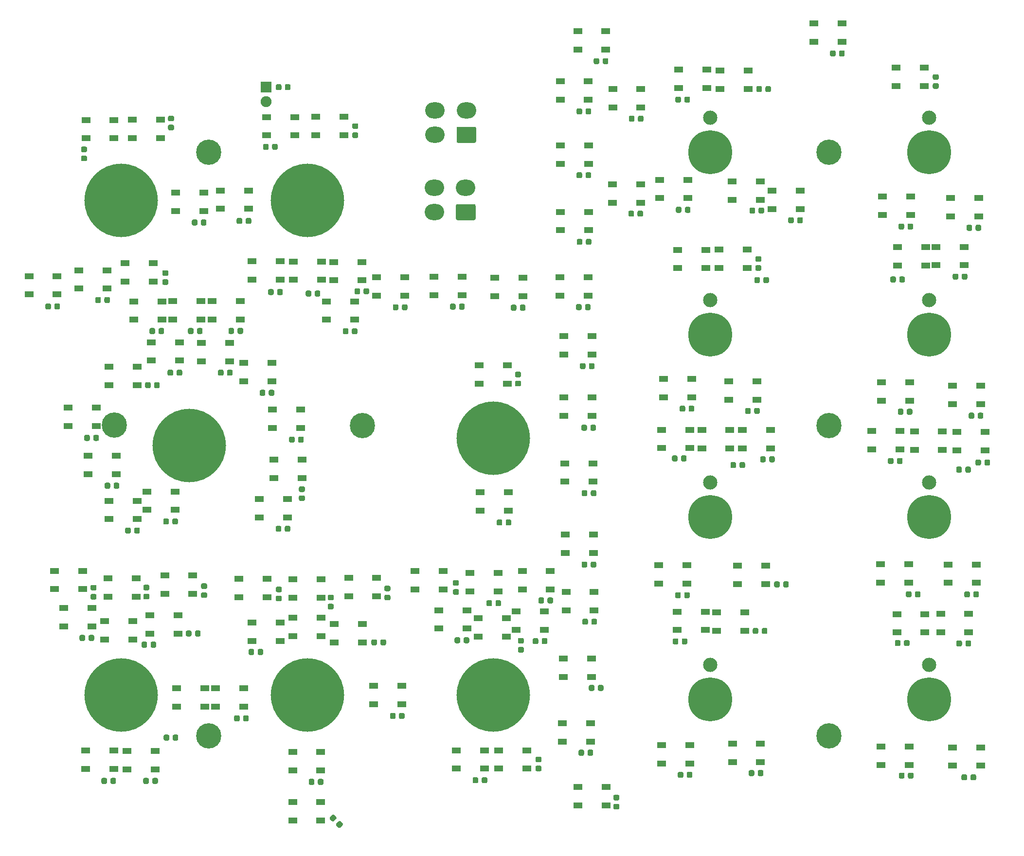
<source format=gbr>
%TF.GenerationSoftware,KiCad,Pcbnew,(5.1.6)-1*%
%TF.CreationDate,2020-12-18T17:17:27+11:00*%
%TF.ProjectId,COMM Panel PCB V2,434f4d4d-2050-4616-9e65-6c2050434220,rev?*%
%TF.SameCoordinates,Original*%
%TF.FileFunction,Soldermask,Top*%
%TF.FilePolarity,Negative*%
%FSLAX46Y46*%
G04 Gerber Fmt 4.6, Leading zero omitted, Abs format (unit mm)*
G04 Created by KiCad (PCBNEW (5.1.6)-1) date 2020-12-18 17:17:27*
%MOMM*%
%LPD*%
G01*
G04 APERTURE LIST*
%ADD10C,12.800000*%
%ADD11C,4.400000*%
%ADD12C,7.640752*%
%ADD13C,2.481250*%
%ADD14R,1.600000X1.100000*%
%ADD15O,3.400000X2.800000*%
%ADD16C,1.900000*%
%ADD17R,1.900000X1.900000*%
G04 APERTURE END LIST*
D10*
%TO.C,G3*%
X94190570Y-92683622D03*
X94190570Y-92683622D03*
%TD*%
D11*
%TO.C,21*%
X97619570Y-143229622D03*
%TD*%
%TO.C,23*%
X205569570Y-89254622D03*
%TD*%
D12*
%TO.C,9*%
X223019370Y-41629622D03*
D13*
X223019370Y-35629622D03*
D12*
X223019370Y-41629622D03*
%TD*%
%TO.C,8*%
X184919370Y-41629622D03*
D13*
X184919370Y-35629622D03*
D12*
X184919370Y-41629622D03*
%TD*%
%TO.C,11*%
X223019370Y-73379622D03*
D13*
X223019370Y-67379622D03*
D12*
X223019370Y-73379622D03*
%TD*%
%TO.C,10*%
X184919370Y-73379622D03*
D13*
X184919370Y-67379622D03*
D12*
X184919370Y-73379622D03*
%TD*%
D11*
%TO.C,24*%
X205569570Y-41629622D03*
%TD*%
D12*
%TO.C,13*%
X223019370Y-105129622D03*
D13*
X223019370Y-99129622D03*
D12*
X223019370Y-105129622D03*
%TD*%
%TO.C,12*%
X184919370Y-105129622D03*
D13*
X184919370Y-99129622D03*
D12*
X184919370Y-105129622D03*
%TD*%
D11*
%TO.C,22*%
X205569570Y-143229622D03*
%TD*%
D12*
%TO.C,16*%
X223019370Y-136879622D03*
D13*
X223019370Y-130879622D03*
D12*
X223019370Y-136879622D03*
%TD*%
%TO.C,14*%
X184919370Y-136879622D03*
D13*
X184919370Y-130879622D03*
D12*
X184919370Y-136879622D03*
%TD*%
D10*
%TO.C,7*%
X147149570Y-136117622D03*
X147149570Y-136117622D03*
%TD*%
%TO.C,6*%
X114764570Y-136117622D03*
X114764570Y-136117622D03*
%TD*%
%TO.C,5*%
X82379570Y-136117622D03*
X82379570Y-136117622D03*
%TD*%
%TO.C,4*%
X147149570Y-91413622D03*
X147149570Y-91413622D03*
%TD*%
D11*
%TO.C,20*%
X124341608Y-89254622D03*
%TD*%
%TO.C,19*%
X81178400Y-89154000D03*
%TD*%
%TO.C,17*%
X97619570Y-41629622D03*
%TD*%
D10*
%TO.C,2*%
X114764570Y-50011622D03*
X114764570Y-50011622D03*
%TD*%
%TO.C,1*%
X82379570Y-50011622D03*
X82379570Y-50011622D03*
%TD*%
%TO.C,C48*%
G36*
G01*
X152211250Y-127172500D02*
X151648750Y-127172500D01*
G75*
G02*
X151405000Y-126928750I0J243750D01*
G01*
X151405000Y-126441250D01*
G75*
G02*
X151648750Y-126197500I243750J0D01*
G01*
X152211250Y-126197500D01*
G75*
G02*
X152455000Y-126441250I0J-243750D01*
G01*
X152455000Y-126928750D01*
G75*
G02*
X152211250Y-127172500I-243750J0D01*
G01*
G37*
G36*
G01*
X152211250Y-128747500D02*
X151648750Y-128747500D01*
G75*
G02*
X151405000Y-128503750I0J243750D01*
G01*
X151405000Y-128016250D01*
G75*
G02*
X151648750Y-127772500I243750J0D01*
G01*
X152211250Y-127772500D01*
G75*
G02*
X152455000Y-128016250I0J-243750D01*
G01*
X152455000Y-128503750D01*
G75*
G02*
X152211250Y-128747500I-243750J0D01*
G01*
G37*
%TD*%
%TO.C,C59*%
G36*
G01*
X166172500Y-26071250D02*
X166172500Y-25508750D01*
G75*
G02*
X166416250Y-25265000I243750J0D01*
G01*
X166903750Y-25265000D01*
G75*
G02*
X167147500Y-25508750I0J-243750D01*
G01*
X167147500Y-26071250D01*
G75*
G02*
X166903750Y-26315000I-243750J0D01*
G01*
X166416250Y-26315000D01*
G75*
G02*
X166172500Y-26071250I0J243750D01*
G01*
G37*
G36*
G01*
X164597500Y-26071250D02*
X164597500Y-25508750D01*
G75*
G02*
X164841250Y-25265000I243750J0D01*
G01*
X165328750Y-25265000D01*
G75*
G02*
X165572500Y-25508750I0J-243750D01*
G01*
X165572500Y-26071250D01*
G75*
G02*
X165328750Y-26315000I-243750J0D01*
G01*
X164841250Y-26315000D01*
G75*
G02*
X164597500Y-26071250I0J243750D01*
G01*
G37*
%TD*%
D14*
%TO.C,D109*%
X161850000Y-152150000D03*
X161850000Y-155350000D03*
X166750000Y-152150000D03*
X166750000Y-155350000D03*
%TD*%
%TO.C,C33*%
G36*
G01*
X86468750Y-118512500D02*
X87031250Y-118512500D01*
G75*
G02*
X87275000Y-118756250I0J-243750D01*
G01*
X87275000Y-119243750D01*
G75*
G02*
X87031250Y-119487500I-243750J0D01*
G01*
X86468750Y-119487500D01*
G75*
G02*
X86225000Y-119243750I0J243750D01*
G01*
X86225000Y-118756250D01*
G75*
G02*
X86468750Y-118512500I243750J0D01*
G01*
G37*
G36*
G01*
X86468750Y-116937500D02*
X87031250Y-116937500D01*
G75*
G02*
X87275000Y-117181250I0J-243750D01*
G01*
X87275000Y-117668750D01*
G75*
G02*
X87031250Y-117912500I-243750J0D01*
G01*
X86468750Y-117912500D01*
G75*
G02*
X86225000Y-117668750I0J243750D01*
G01*
X86225000Y-117181250D01*
G75*
G02*
X86468750Y-116937500I243750J0D01*
G01*
G37*
%TD*%
%TO.C,C25*%
G36*
G01*
X91262500Y-106206250D02*
X91262500Y-105643750D01*
G75*
G02*
X91506250Y-105400000I243750J0D01*
G01*
X91993750Y-105400000D01*
G75*
G02*
X92237500Y-105643750I0J-243750D01*
G01*
X92237500Y-106206250D01*
G75*
G02*
X91993750Y-106450000I-243750J0D01*
G01*
X91506250Y-106450000D01*
G75*
G02*
X91262500Y-106206250I0J243750D01*
G01*
G37*
G36*
G01*
X89687500Y-106206250D02*
X89687500Y-105643750D01*
G75*
G02*
X89931250Y-105400000I243750J0D01*
G01*
X90418750Y-105400000D01*
G75*
G02*
X90662500Y-105643750I0J-243750D01*
G01*
X90662500Y-106206250D01*
G75*
G02*
X90418750Y-106450000I-243750J0D01*
G01*
X89931250Y-106450000D01*
G75*
G02*
X89687500Y-106206250I0J243750D01*
G01*
G37*
%TD*%
D15*
%TO.C,J1*%
X136943000Y-34408000D03*
X136943000Y-38608000D03*
X142443000Y-34408000D03*
G36*
G01*
X143883740Y-40008000D02*
X141002260Y-40008000D01*
G75*
G02*
X140743000Y-39748740I0J259260D01*
G01*
X140743000Y-37467260D01*
G75*
G02*
X141002260Y-37208000I259260J0D01*
G01*
X143883740Y-37208000D01*
G75*
G02*
X144143000Y-37467260I0J-259260D01*
G01*
X144143000Y-39748740D01*
G75*
G02*
X143883740Y-40008000I-259260J0D01*
G01*
G37*
%TD*%
%TO.C,R1*%
G36*
G01*
X110862500Y-30606250D02*
X110862500Y-30043750D01*
G75*
G02*
X111106250Y-29800000I243750J0D01*
G01*
X111593750Y-29800000D01*
G75*
G02*
X111837500Y-30043750I0J-243750D01*
G01*
X111837500Y-30606250D01*
G75*
G02*
X111593750Y-30850000I-243750J0D01*
G01*
X111106250Y-30850000D01*
G75*
G02*
X110862500Y-30606250I0J243750D01*
G01*
G37*
G36*
G01*
X109287500Y-30606250D02*
X109287500Y-30043750D01*
G75*
G02*
X109531250Y-29800000I243750J0D01*
G01*
X110018750Y-29800000D01*
G75*
G02*
X110262500Y-30043750I0J-243750D01*
G01*
X110262500Y-30606250D01*
G75*
G02*
X110018750Y-30850000I-243750J0D01*
G01*
X109531250Y-30850000D01*
G75*
G02*
X109287500Y-30606250I0J243750D01*
G01*
G37*
%TD*%
%TO.C,J2*%
X136842000Y-47870000D03*
X136842000Y-52070000D03*
X142342000Y-47870000D03*
G36*
G01*
X143782740Y-53470000D02*
X140901260Y-53470000D01*
G75*
G02*
X140642000Y-53210740I0J259260D01*
G01*
X140642000Y-50929260D01*
G75*
G02*
X140901260Y-50670000I259260J0D01*
G01*
X143782740Y-50670000D01*
G75*
G02*
X144042000Y-50929260I0J-259260D01*
G01*
X144042000Y-53210740D01*
G75*
G02*
X143782740Y-53470000I-259260J0D01*
G01*
G37*
%TD*%
%TO.C,C110*%
G36*
G01*
X76181250Y-41637500D02*
X75618750Y-41637500D01*
G75*
G02*
X75375000Y-41393750I0J243750D01*
G01*
X75375000Y-40906250D01*
G75*
G02*
X75618750Y-40662500I243750J0D01*
G01*
X76181250Y-40662500D01*
G75*
G02*
X76425000Y-40906250I0J-243750D01*
G01*
X76425000Y-41393750D01*
G75*
G02*
X76181250Y-41637500I-243750J0D01*
G01*
G37*
G36*
G01*
X76181250Y-43212500D02*
X75618750Y-43212500D01*
G75*
G02*
X75375000Y-42968750I0J243750D01*
G01*
X75375000Y-42481250D01*
G75*
G02*
X75618750Y-42237500I243750J0D01*
G01*
X76181250Y-42237500D01*
G75*
G02*
X76425000Y-42481250I0J-243750D01*
G01*
X76425000Y-42968750D01*
G75*
G02*
X76181250Y-43212500I-243750J0D01*
G01*
G37*
%TD*%
%TO.C,C109*%
G36*
G01*
X168268750Y-155080000D02*
X168831250Y-155080000D01*
G75*
G02*
X169075000Y-155323750I0J-243750D01*
G01*
X169075000Y-155811250D01*
G75*
G02*
X168831250Y-156055000I-243750J0D01*
G01*
X168268750Y-156055000D01*
G75*
G02*
X168025000Y-155811250I0J243750D01*
G01*
X168025000Y-155323750D01*
G75*
G02*
X168268750Y-155080000I243750J0D01*
G01*
G37*
G36*
G01*
X168268750Y-153505000D02*
X168831250Y-153505000D01*
G75*
G02*
X169075000Y-153748750I0J-243750D01*
G01*
X169075000Y-154236250D01*
G75*
G02*
X168831250Y-154480000I-243750J0D01*
G01*
X168268750Y-154480000D01*
G75*
G02*
X168025000Y-154236250I0J243750D01*
G01*
X168025000Y-153748750D01*
G75*
G02*
X168268750Y-153505000I243750J0D01*
G01*
G37*
%TD*%
%TO.C,C108*%
G36*
G01*
X122520000Y-73101250D02*
X122520000Y-72538750D01*
G75*
G02*
X122763750Y-72295000I243750J0D01*
G01*
X123251250Y-72295000D01*
G75*
G02*
X123495000Y-72538750I0J-243750D01*
G01*
X123495000Y-73101250D01*
G75*
G02*
X123251250Y-73345000I-243750J0D01*
G01*
X122763750Y-73345000D01*
G75*
G02*
X122520000Y-73101250I0J243750D01*
G01*
G37*
G36*
G01*
X120945000Y-73101250D02*
X120945000Y-72538750D01*
G75*
G02*
X121188750Y-72295000I243750J0D01*
G01*
X121676250Y-72295000D01*
G75*
G02*
X121920000Y-72538750I0J-243750D01*
G01*
X121920000Y-73101250D01*
G75*
G02*
X121676250Y-73345000I-243750J0D01*
G01*
X121188750Y-73345000D01*
G75*
G02*
X120945000Y-73101250I0J243750D01*
G01*
G37*
%TD*%
%TO.C,C107*%
G36*
G01*
X207322500Y-24731250D02*
X207322500Y-24168750D01*
G75*
G02*
X207566250Y-23925000I243750J0D01*
G01*
X208053750Y-23925000D01*
G75*
G02*
X208297500Y-24168750I0J-243750D01*
G01*
X208297500Y-24731250D01*
G75*
G02*
X208053750Y-24975000I-243750J0D01*
G01*
X207566250Y-24975000D01*
G75*
G02*
X207322500Y-24731250I0J243750D01*
G01*
G37*
G36*
G01*
X205747500Y-24731250D02*
X205747500Y-24168750D01*
G75*
G02*
X205991250Y-23925000I243750J0D01*
G01*
X206478750Y-23925000D01*
G75*
G02*
X206722500Y-24168750I0J-243750D01*
G01*
X206722500Y-24731250D01*
G75*
G02*
X206478750Y-24975000I-243750J0D01*
G01*
X205991250Y-24975000D01*
G75*
G02*
X205747500Y-24731250I0J243750D01*
G01*
G37*
%TD*%
%TO.C,C106*%
G36*
G01*
X223858750Y-29637500D02*
X224421250Y-29637500D01*
G75*
G02*
X224665000Y-29881250I0J-243750D01*
G01*
X224665000Y-30368750D01*
G75*
G02*
X224421250Y-30612500I-243750J0D01*
G01*
X223858750Y-30612500D01*
G75*
G02*
X223615000Y-30368750I0J243750D01*
G01*
X223615000Y-29881250D01*
G75*
G02*
X223858750Y-29637500I243750J0D01*
G01*
G37*
G36*
G01*
X223858750Y-28062500D02*
X224421250Y-28062500D01*
G75*
G02*
X224665000Y-28306250I0J-243750D01*
G01*
X224665000Y-28793750D01*
G75*
G02*
X224421250Y-29037500I-243750J0D01*
G01*
X223858750Y-29037500D01*
G75*
G02*
X223615000Y-28793750I0J243750D01*
G01*
X223615000Y-28306250D01*
G75*
G02*
X223858750Y-28062500I243750J0D01*
G01*
G37*
%TD*%
%TO.C,C105*%
G36*
G01*
X193887500Y-30378750D02*
X193887500Y-30941250D01*
G75*
G02*
X193643750Y-31185000I-243750J0D01*
G01*
X193156250Y-31185000D01*
G75*
G02*
X192912500Y-30941250I0J243750D01*
G01*
X192912500Y-30378750D01*
G75*
G02*
X193156250Y-30135000I243750J0D01*
G01*
X193643750Y-30135000D01*
G75*
G02*
X193887500Y-30378750I0J-243750D01*
G01*
G37*
G36*
G01*
X195462500Y-30378750D02*
X195462500Y-30941250D01*
G75*
G02*
X195218750Y-31185000I-243750J0D01*
G01*
X194731250Y-31185000D01*
G75*
G02*
X194487500Y-30941250I0J243750D01*
G01*
X194487500Y-30378750D01*
G75*
G02*
X194731250Y-30135000I243750J0D01*
G01*
X195218750Y-30135000D01*
G75*
G02*
X195462500Y-30378750I0J-243750D01*
G01*
G37*
%TD*%
%TO.C,C104*%
G36*
G01*
X180392500Y-32761250D02*
X180392500Y-32198750D01*
G75*
G02*
X180636250Y-31955000I243750J0D01*
G01*
X181123750Y-31955000D01*
G75*
G02*
X181367500Y-32198750I0J-243750D01*
G01*
X181367500Y-32761250D01*
G75*
G02*
X181123750Y-33005000I-243750J0D01*
G01*
X180636250Y-33005000D01*
G75*
G02*
X180392500Y-32761250I0J243750D01*
G01*
G37*
G36*
G01*
X178817500Y-32761250D02*
X178817500Y-32198750D01*
G75*
G02*
X179061250Y-31955000I243750J0D01*
G01*
X179548750Y-31955000D01*
G75*
G02*
X179792500Y-32198750I0J-243750D01*
G01*
X179792500Y-32761250D01*
G75*
G02*
X179548750Y-33005000I-243750J0D01*
G01*
X179061250Y-33005000D01*
G75*
G02*
X178817500Y-32761250I0J243750D01*
G01*
G37*
%TD*%
%TO.C,C103*%
G36*
G01*
X172312500Y-36091250D02*
X172312500Y-35528750D01*
G75*
G02*
X172556250Y-35285000I243750J0D01*
G01*
X173043750Y-35285000D01*
G75*
G02*
X173287500Y-35528750I0J-243750D01*
G01*
X173287500Y-36091250D01*
G75*
G02*
X173043750Y-36335000I-243750J0D01*
G01*
X172556250Y-36335000D01*
G75*
G02*
X172312500Y-36091250I0J243750D01*
G01*
G37*
G36*
G01*
X170737500Y-36091250D02*
X170737500Y-35528750D01*
G75*
G02*
X170981250Y-35285000I243750J0D01*
G01*
X171468750Y-35285000D01*
G75*
G02*
X171712500Y-35528750I0J-243750D01*
G01*
X171712500Y-36091250D01*
G75*
G02*
X171468750Y-36335000I-243750J0D01*
G01*
X170981250Y-36335000D01*
G75*
G02*
X170737500Y-36091250I0J243750D01*
G01*
G37*
%TD*%
%TO.C,C102*%
G36*
G01*
X231067500Y-55081250D02*
X231067500Y-54518750D01*
G75*
G02*
X231311250Y-54275000I243750J0D01*
G01*
X231798750Y-54275000D01*
G75*
G02*
X232042500Y-54518750I0J-243750D01*
G01*
X232042500Y-55081250D01*
G75*
G02*
X231798750Y-55325000I-243750J0D01*
G01*
X231311250Y-55325000D01*
G75*
G02*
X231067500Y-55081250I0J243750D01*
G01*
G37*
G36*
G01*
X229492500Y-55081250D02*
X229492500Y-54518750D01*
G75*
G02*
X229736250Y-54275000I243750J0D01*
G01*
X230223750Y-54275000D01*
G75*
G02*
X230467500Y-54518750I0J-243750D01*
G01*
X230467500Y-55081250D01*
G75*
G02*
X230223750Y-55325000I-243750J0D01*
G01*
X229736250Y-55325000D01*
G75*
G02*
X229492500Y-55081250I0J243750D01*
G01*
G37*
%TD*%
%TO.C,C101*%
G36*
G01*
X219232500Y-54861250D02*
X219232500Y-54298750D01*
G75*
G02*
X219476250Y-54055000I243750J0D01*
G01*
X219963750Y-54055000D01*
G75*
G02*
X220207500Y-54298750I0J-243750D01*
G01*
X220207500Y-54861250D01*
G75*
G02*
X219963750Y-55105000I-243750J0D01*
G01*
X219476250Y-55105000D01*
G75*
G02*
X219232500Y-54861250I0J243750D01*
G01*
G37*
G36*
G01*
X217657500Y-54861250D02*
X217657500Y-54298750D01*
G75*
G02*
X217901250Y-54055000I243750J0D01*
G01*
X218388750Y-54055000D01*
G75*
G02*
X218632500Y-54298750I0J-243750D01*
G01*
X218632500Y-54861250D01*
G75*
G02*
X218388750Y-55105000I-243750J0D01*
G01*
X217901250Y-55105000D01*
G75*
G02*
X217657500Y-54861250I0J243750D01*
G01*
G37*
%TD*%
%TO.C,C100*%
G36*
G01*
X200042500Y-53771250D02*
X200042500Y-53208750D01*
G75*
G02*
X200286250Y-52965000I243750J0D01*
G01*
X200773750Y-52965000D01*
G75*
G02*
X201017500Y-53208750I0J-243750D01*
G01*
X201017500Y-53771250D01*
G75*
G02*
X200773750Y-54015000I-243750J0D01*
G01*
X200286250Y-54015000D01*
G75*
G02*
X200042500Y-53771250I0J243750D01*
G01*
G37*
G36*
G01*
X198467500Y-53771250D02*
X198467500Y-53208750D01*
G75*
G02*
X198711250Y-52965000I243750J0D01*
G01*
X199198750Y-52965000D01*
G75*
G02*
X199442500Y-53208750I0J-243750D01*
G01*
X199442500Y-53771250D01*
G75*
G02*
X199198750Y-54015000I-243750J0D01*
G01*
X198711250Y-54015000D01*
G75*
G02*
X198467500Y-53771250I0J243750D01*
G01*
G37*
%TD*%
%TO.C,C99*%
G36*
G01*
X193300000Y-52081250D02*
X193300000Y-51518750D01*
G75*
G02*
X193543750Y-51275000I243750J0D01*
G01*
X194031250Y-51275000D01*
G75*
G02*
X194275000Y-51518750I0J-243750D01*
G01*
X194275000Y-52081250D01*
G75*
G02*
X194031250Y-52325000I-243750J0D01*
G01*
X193543750Y-52325000D01*
G75*
G02*
X193300000Y-52081250I0J243750D01*
G01*
G37*
G36*
G01*
X191725000Y-52081250D02*
X191725000Y-51518750D01*
G75*
G02*
X191968750Y-51275000I243750J0D01*
G01*
X192456250Y-51275000D01*
G75*
G02*
X192700000Y-51518750I0J-243750D01*
G01*
X192700000Y-52081250D01*
G75*
G02*
X192456250Y-52325000I-243750J0D01*
G01*
X191968750Y-52325000D01*
G75*
G02*
X191725000Y-52081250I0J243750D01*
G01*
G37*
%TD*%
%TO.C,C98*%
G36*
G01*
X180477500Y-51951250D02*
X180477500Y-51388750D01*
G75*
G02*
X180721250Y-51145000I243750J0D01*
G01*
X181208750Y-51145000D01*
G75*
G02*
X181452500Y-51388750I0J-243750D01*
G01*
X181452500Y-51951250D01*
G75*
G02*
X181208750Y-52195000I-243750J0D01*
G01*
X180721250Y-52195000D01*
G75*
G02*
X180477500Y-51951250I0J243750D01*
G01*
G37*
G36*
G01*
X178902500Y-51951250D02*
X178902500Y-51388750D01*
G75*
G02*
X179146250Y-51145000I243750J0D01*
G01*
X179633750Y-51145000D01*
G75*
G02*
X179877500Y-51388750I0J-243750D01*
G01*
X179877500Y-51951250D01*
G75*
G02*
X179633750Y-52195000I-243750J0D01*
G01*
X179146250Y-52195000D01*
G75*
G02*
X178902500Y-51951250I0J243750D01*
G01*
G37*
%TD*%
%TO.C,C97*%
G36*
G01*
X172227500Y-52621250D02*
X172227500Y-52058750D01*
G75*
G02*
X172471250Y-51815000I243750J0D01*
G01*
X172958750Y-51815000D01*
G75*
G02*
X173202500Y-52058750I0J-243750D01*
G01*
X173202500Y-52621250D01*
G75*
G02*
X172958750Y-52865000I-243750J0D01*
G01*
X172471250Y-52865000D01*
G75*
G02*
X172227500Y-52621250I0J243750D01*
G01*
G37*
G36*
G01*
X170652500Y-52621250D02*
X170652500Y-52058750D01*
G75*
G02*
X170896250Y-51815000I243750J0D01*
G01*
X171383750Y-51815000D01*
G75*
G02*
X171627500Y-52058750I0J-243750D01*
G01*
X171627500Y-52621250D01*
G75*
G02*
X171383750Y-52865000I-243750J0D01*
G01*
X170896250Y-52865000D01*
G75*
G02*
X170652500Y-52621250I0J243750D01*
G01*
G37*
%TD*%
%TO.C,C96*%
G36*
G01*
X228662500Y-63581250D02*
X228662500Y-63018750D01*
G75*
G02*
X228906250Y-62775000I243750J0D01*
G01*
X229393750Y-62775000D01*
G75*
G02*
X229637500Y-63018750I0J-243750D01*
G01*
X229637500Y-63581250D01*
G75*
G02*
X229393750Y-63825000I-243750J0D01*
G01*
X228906250Y-63825000D01*
G75*
G02*
X228662500Y-63581250I0J243750D01*
G01*
G37*
G36*
G01*
X227087500Y-63581250D02*
X227087500Y-63018750D01*
G75*
G02*
X227331250Y-62775000I243750J0D01*
G01*
X227818750Y-62775000D01*
G75*
G02*
X228062500Y-63018750I0J-243750D01*
G01*
X228062500Y-63581250D01*
G75*
G02*
X227818750Y-63825000I-243750J0D01*
G01*
X227331250Y-63825000D01*
G75*
G02*
X227087500Y-63581250I0J243750D01*
G01*
G37*
%TD*%
%TO.C,C95*%
G36*
G01*
X217800000Y-64081250D02*
X217800000Y-63518750D01*
G75*
G02*
X218043750Y-63275000I243750J0D01*
G01*
X218531250Y-63275000D01*
G75*
G02*
X218775000Y-63518750I0J-243750D01*
G01*
X218775000Y-64081250D01*
G75*
G02*
X218531250Y-64325000I-243750J0D01*
G01*
X218043750Y-64325000D01*
G75*
G02*
X217800000Y-64081250I0J243750D01*
G01*
G37*
G36*
G01*
X216225000Y-64081250D02*
X216225000Y-63518750D01*
G75*
G02*
X216468750Y-63275000I243750J0D01*
G01*
X216956250Y-63275000D01*
G75*
G02*
X217200000Y-63518750I0J-243750D01*
G01*
X217200000Y-64081250D01*
G75*
G02*
X216956250Y-64325000I-243750J0D01*
G01*
X216468750Y-64325000D01*
G75*
G02*
X216225000Y-64081250I0J243750D01*
G01*
G37*
%TD*%
%TO.C,C94*%
G36*
G01*
X192978750Y-61317500D02*
X193541250Y-61317500D01*
G75*
G02*
X193785000Y-61561250I0J-243750D01*
G01*
X193785000Y-62048750D01*
G75*
G02*
X193541250Y-62292500I-243750J0D01*
G01*
X192978750Y-62292500D01*
G75*
G02*
X192735000Y-62048750I0J243750D01*
G01*
X192735000Y-61561250D01*
G75*
G02*
X192978750Y-61317500I243750J0D01*
G01*
G37*
G36*
G01*
X192978750Y-59742500D02*
X193541250Y-59742500D01*
G75*
G02*
X193785000Y-59986250I0J-243750D01*
G01*
X193785000Y-60473750D01*
G75*
G02*
X193541250Y-60717500I-243750J0D01*
G01*
X192978750Y-60717500D01*
G75*
G02*
X192735000Y-60473750I0J243750D01*
G01*
X192735000Y-59986250D01*
G75*
G02*
X192978750Y-59742500I243750J0D01*
G01*
G37*
%TD*%
%TO.C,C93*%
G36*
G01*
X193527500Y-63628750D02*
X193527500Y-64191250D01*
G75*
G02*
X193283750Y-64435000I-243750J0D01*
G01*
X192796250Y-64435000D01*
G75*
G02*
X192552500Y-64191250I0J243750D01*
G01*
X192552500Y-63628750D01*
G75*
G02*
X192796250Y-63385000I243750J0D01*
G01*
X193283750Y-63385000D01*
G75*
G02*
X193527500Y-63628750I0J-243750D01*
G01*
G37*
G36*
G01*
X195102500Y-63628750D02*
X195102500Y-64191250D01*
G75*
G02*
X194858750Y-64435000I-243750J0D01*
G01*
X194371250Y-64435000D01*
G75*
G02*
X194127500Y-64191250I0J243750D01*
G01*
X194127500Y-63628750D01*
G75*
G02*
X194371250Y-63385000I243750J0D01*
G01*
X194858750Y-63385000D01*
G75*
G02*
X195102500Y-63628750I0J-243750D01*
G01*
G37*
%TD*%
%TO.C,C92*%
G36*
G01*
X231442500Y-87791250D02*
X231442500Y-87228750D01*
G75*
G02*
X231686250Y-86985000I243750J0D01*
G01*
X232173750Y-86985000D01*
G75*
G02*
X232417500Y-87228750I0J-243750D01*
G01*
X232417500Y-87791250D01*
G75*
G02*
X232173750Y-88035000I-243750J0D01*
G01*
X231686250Y-88035000D01*
G75*
G02*
X231442500Y-87791250I0J243750D01*
G01*
G37*
G36*
G01*
X229867500Y-87791250D02*
X229867500Y-87228750D01*
G75*
G02*
X230111250Y-86985000I243750J0D01*
G01*
X230598750Y-86985000D01*
G75*
G02*
X230842500Y-87228750I0J-243750D01*
G01*
X230842500Y-87791250D01*
G75*
G02*
X230598750Y-88035000I-243750J0D01*
G01*
X230111250Y-88035000D01*
G75*
G02*
X229867500Y-87791250I0J243750D01*
G01*
G37*
%TD*%
%TO.C,C91*%
G36*
G01*
X219107500Y-87101250D02*
X219107500Y-86538750D01*
G75*
G02*
X219351250Y-86295000I243750J0D01*
G01*
X219838750Y-86295000D01*
G75*
G02*
X220082500Y-86538750I0J-243750D01*
G01*
X220082500Y-87101250D01*
G75*
G02*
X219838750Y-87345000I-243750J0D01*
G01*
X219351250Y-87345000D01*
G75*
G02*
X219107500Y-87101250I0J243750D01*
G01*
G37*
G36*
G01*
X217532500Y-87101250D02*
X217532500Y-86538750D01*
G75*
G02*
X217776250Y-86295000I243750J0D01*
G01*
X218263750Y-86295000D01*
G75*
G02*
X218507500Y-86538750I0J-243750D01*
G01*
X218507500Y-87101250D01*
G75*
G02*
X218263750Y-87345000I-243750J0D01*
G01*
X217776250Y-87345000D01*
G75*
G02*
X217532500Y-87101250I0J243750D01*
G01*
G37*
%TD*%
%TO.C,C90*%
G36*
G01*
X192542500Y-86961250D02*
X192542500Y-86398750D01*
G75*
G02*
X192786250Y-86155000I243750J0D01*
G01*
X193273750Y-86155000D01*
G75*
G02*
X193517500Y-86398750I0J-243750D01*
G01*
X193517500Y-86961250D01*
G75*
G02*
X193273750Y-87205000I-243750J0D01*
G01*
X192786250Y-87205000D01*
G75*
G02*
X192542500Y-86961250I0J243750D01*
G01*
G37*
G36*
G01*
X190967500Y-86961250D02*
X190967500Y-86398750D01*
G75*
G02*
X191211250Y-86155000I243750J0D01*
G01*
X191698750Y-86155000D01*
G75*
G02*
X191942500Y-86398750I0J-243750D01*
G01*
X191942500Y-86961250D01*
G75*
G02*
X191698750Y-87205000I-243750J0D01*
G01*
X191211250Y-87205000D01*
G75*
G02*
X190967500Y-86961250I0J243750D01*
G01*
G37*
%TD*%
%TO.C,C89*%
G36*
G01*
X181132500Y-86571250D02*
X181132500Y-86008750D01*
G75*
G02*
X181376250Y-85765000I243750J0D01*
G01*
X181863750Y-85765000D01*
G75*
G02*
X182107500Y-86008750I0J-243750D01*
G01*
X182107500Y-86571250D01*
G75*
G02*
X181863750Y-86815000I-243750J0D01*
G01*
X181376250Y-86815000D01*
G75*
G02*
X181132500Y-86571250I0J243750D01*
G01*
G37*
G36*
G01*
X179557500Y-86571250D02*
X179557500Y-86008750D01*
G75*
G02*
X179801250Y-85765000I243750J0D01*
G01*
X180288750Y-85765000D01*
G75*
G02*
X180532500Y-86008750I0J-243750D01*
G01*
X180532500Y-86571250D01*
G75*
G02*
X180288750Y-86815000I-243750J0D01*
G01*
X179801250Y-86815000D01*
G75*
G02*
X179557500Y-86571250I0J243750D01*
G01*
G37*
%TD*%
%TO.C,C88*%
G36*
G01*
X232612500Y-95941250D02*
X232612500Y-95378750D01*
G75*
G02*
X232856250Y-95135000I243750J0D01*
G01*
X233343750Y-95135000D01*
G75*
G02*
X233587500Y-95378750I0J-243750D01*
G01*
X233587500Y-95941250D01*
G75*
G02*
X233343750Y-96185000I-243750J0D01*
G01*
X232856250Y-96185000D01*
G75*
G02*
X232612500Y-95941250I0J243750D01*
G01*
G37*
G36*
G01*
X231037500Y-95941250D02*
X231037500Y-95378750D01*
G75*
G02*
X231281250Y-95135000I243750J0D01*
G01*
X231768750Y-95135000D01*
G75*
G02*
X232012500Y-95378750I0J-243750D01*
G01*
X232012500Y-95941250D01*
G75*
G02*
X231768750Y-96185000I-243750J0D01*
G01*
X231281250Y-96185000D01*
G75*
G02*
X231037500Y-95941250I0J243750D01*
G01*
G37*
%TD*%
%TO.C,C87*%
G36*
G01*
X229280000Y-97181250D02*
X229280000Y-96618750D01*
G75*
G02*
X229523750Y-96375000I243750J0D01*
G01*
X230011250Y-96375000D01*
G75*
G02*
X230255000Y-96618750I0J-243750D01*
G01*
X230255000Y-97181250D01*
G75*
G02*
X230011250Y-97425000I-243750J0D01*
G01*
X229523750Y-97425000D01*
G75*
G02*
X229280000Y-97181250I0J243750D01*
G01*
G37*
G36*
G01*
X227705000Y-97181250D02*
X227705000Y-96618750D01*
G75*
G02*
X227948750Y-96375000I243750J0D01*
G01*
X228436250Y-96375000D01*
G75*
G02*
X228680000Y-96618750I0J-243750D01*
G01*
X228680000Y-97181250D01*
G75*
G02*
X228436250Y-97425000I-243750J0D01*
G01*
X227948750Y-97425000D01*
G75*
G02*
X227705000Y-97181250I0J243750D01*
G01*
G37*
%TD*%
%TO.C,C86*%
G36*
G01*
X217392500Y-95671250D02*
X217392500Y-95108750D01*
G75*
G02*
X217636250Y-94865000I243750J0D01*
G01*
X218123750Y-94865000D01*
G75*
G02*
X218367500Y-95108750I0J-243750D01*
G01*
X218367500Y-95671250D01*
G75*
G02*
X218123750Y-95915000I-243750J0D01*
G01*
X217636250Y-95915000D01*
G75*
G02*
X217392500Y-95671250I0J243750D01*
G01*
G37*
G36*
G01*
X215817500Y-95671250D02*
X215817500Y-95108750D01*
G75*
G02*
X216061250Y-94865000I243750J0D01*
G01*
X216548750Y-94865000D01*
G75*
G02*
X216792500Y-95108750I0J-243750D01*
G01*
X216792500Y-95671250D01*
G75*
G02*
X216548750Y-95915000I-243750J0D01*
G01*
X216061250Y-95915000D01*
G75*
G02*
X215817500Y-95671250I0J243750D01*
G01*
G37*
%TD*%
%TO.C,C85*%
G36*
G01*
X195150000Y-95381250D02*
X195150000Y-94818750D01*
G75*
G02*
X195393750Y-94575000I243750J0D01*
G01*
X195881250Y-94575000D01*
G75*
G02*
X196125000Y-94818750I0J-243750D01*
G01*
X196125000Y-95381250D01*
G75*
G02*
X195881250Y-95625000I-243750J0D01*
G01*
X195393750Y-95625000D01*
G75*
G02*
X195150000Y-95381250I0J243750D01*
G01*
G37*
G36*
G01*
X193575000Y-95381250D02*
X193575000Y-94818750D01*
G75*
G02*
X193818750Y-94575000I243750J0D01*
G01*
X194306250Y-94575000D01*
G75*
G02*
X194550000Y-94818750I0J-243750D01*
G01*
X194550000Y-95381250D01*
G75*
G02*
X194306250Y-95625000I-243750J0D01*
G01*
X193818750Y-95625000D01*
G75*
G02*
X193575000Y-95381250I0J243750D01*
G01*
G37*
%TD*%
%TO.C,C84*%
G36*
G01*
X189980000Y-96381250D02*
X189980000Y-95818750D01*
G75*
G02*
X190223750Y-95575000I243750J0D01*
G01*
X190711250Y-95575000D01*
G75*
G02*
X190955000Y-95818750I0J-243750D01*
G01*
X190955000Y-96381250D01*
G75*
G02*
X190711250Y-96625000I-243750J0D01*
G01*
X190223750Y-96625000D01*
G75*
G02*
X189980000Y-96381250I0J243750D01*
G01*
G37*
G36*
G01*
X188405000Y-96381250D02*
X188405000Y-95818750D01*
G75*
G02*
X188648750Y-95575000I243750J0D01*
G01*
X189136250Y-95575000D01*
G75*
G02*
X189380000Y-95818750I0J-243750D01*
G01*
X189380000Y-96381250D01*
G75*
G02*
X189136250Y-96625000I-243750J0D01*
G01*
X188648750Y-96625000D01*
G75*
G02*
X188405000Y-96381250I0J243750D01*
G01*
G37*
%TD*%
%TO.C,C83*%
G36*
G01*
X179800000Y-95231250D02*
X179800000Y-94668750D01*
G75*
G02*
X180043750Y-94425000I243750J0D01*
G01*
X180531250Y-94425000D01*
G75*
G02*
X180775000Y-94668750I0J-243750D01*
G01*
X180775000Y-95231250D01*
G75*
G02*
X180531250Y-95475000I-243750J0D01*
G01*
X180043750Y-95475000D01*
G75*
G02*
X179800000Y-95231250I0J243750D01*
G01*
G37*
G36*
G01*
X178225000Y-95231250D02*
X178225000Y-94668750D01*
G75*
G02*
X178468750Y-94425000I243750J0D01*
G01*
X178956250Y-94425000D01*
G75*
G02*
X179200000Y-94668750I0J-243750D01*
G01*
X179200000Y-95231250D01*
G75*
G02*
X178956250Y-95475000I-243750J0D01*
G01*
X178468750Y-95475000D01*
G75*
G02*
X178225000Y-95231250I0J243750D01*
G01*
G37*
%TD*%
%TO.C,C82*%
G36*
G01*
X230682500Y-118901250D02*
X230682500Y-118338750D01*
G75*
G02*
X230926250Y-118095000I243750J0D01*
G01*
X231413750Y-118095000D01*
G75*
G02*
X231657500Y-118338750I0J-243750D01*
G01*
X231657500Y-118901250D01*
G75*
G02*
X231413750Y-119145000I-243750J0D01*
G01*
X230926250Y-119145000D01*
G75*
G02*
X230682500Y-118901250I0J243750D01*
G01*
G37*
G36*
G01*
X229107500Y-118901250D02*
X229107500Y-118338750D01*
G75*
G02*
X229351250Y-118095000I243750J0D01*
G01*
X229838750Y-118095000D01*
G75*
G02*
X230082500Y-118338750I0J-243750D01*
G01*
X230082500Y-118901250D01*
G75*
G02*
X229838750Y-119145000I-243750J0D01*
G01*
X229351250Y-119145000D01*
G75*
G02*
X229107500Y-118901250I0J243750D01*
G01*
G37*
%TD*%
%TO.C,C81*%
G36*
G01*
X219922500Y-118318750D02*
X219922500Y-118881250D01*
G75*
G02*
X219678750Y-119125000I-243750J0D01*
G01*
X219191250Y-119125000D01*
G75*
G02*
X218947500Y-118881250I0J243750D01*
G01*
X218947500Y-118318750D01*
G75*
G02*
X219191250Y-118075000I243750J0D01*
G01*
X219678750Y-118075000D01*
G75*
G02*
X219922500Y-118318750I0J-243750D01*
G01*
G37*
G36*
G01*
X221497500Y-118318750D02*
X221497500Y-118881250D01*
G75*
G02*
X221253750Y-119125000I-243750J0D01*
G01*
X220766250Y-119125000D01*
G75*
G02*
X220522500Y-118881250I0J243750D01*
G01*
X220522500Y-118318750D01*
G75*
G02*
X220766250Y-118075000I243750J0D01*
G01*
X221253750Y-118075000D01*
G75*
G02*
X221497500Y-118318750I0J-243750D01*
G01*
G37*
%TD*%
%TO.C,C80*%
G36*
G01*
X196987500Y-116593750D02*
X196987500Y-117156250D01*
G75*
G02*
X196743750Y-117400000I-243750J0D01*
G01*
X196256250Y-117400000D01*
G75*
G02*
X196012500Y-117156250I0J243750D01*
G01*
X196012500Y-116593750D01*
G75*
G02*
X196256250Y-116350000I243750J0D01*
G01*
X196743750Y-116350000D01*
G75*
G02*
X196987500Y-116593750I0J-243750D01*
G01*
G37*
G36*
G01*
X198562500Y-116593750D02*
X198562500Y-117156250D01*
G75*
G02*
X198318750Y-117400000I-243750J0D01*
G01*
X197831250Y-117400000D01*
G75*
G02*
X197587500Y-117156250I0J243750D01*
G01*
X197587500Y-116593750D01*
G75*
G02*
X197831250Y-116350000I243750J0D01*
G01*
X198318750Y-116350000D01*
G75*
G02*
X198562500Y-116593750I0J-243750D01*
G01*
G37*
%TD*%
%TO.C,C79*%
G36*
G01*
X180362500Y-119041250D02*
X180362500Y-118478750D01*
G75*
G02*
X180606250Y-118235000I243750J0D01*
G01*
X181093750Y-118235000D01*
G75*
G02*
X181337500Y-118478750I0J-243750D01*
G01*
X181337500Y-119041250D01*
G75*
G02*
X181093750Y-119285000I-243750J0D01*
G01*
X180606250Y-119285000D01*
G75*
G02*
X180362500Y-119041250I0J243750D01*
G01*
G37*
G36*
G01*
X178787500Y-119041250D02*
X178787500Y-118478750D01*
G75*
G02*
X179031250Y-118235000I243750J0D01*
G01*
X179518750Y-118235000D01*
G75*
G02*
X179762500Y-118478750I0J-243750D01*
G01*
X179762500Y-119041250D01*
G75*
G02*
X179518750Y-119285000I-243750J0D01*
G01*
X179031250Y-119285000D01*
G75*
G02*
X178787500Y-119041250I0J243750D01*
G01*
G37*
%TD*%
%TO.C,C78*%
G36*
G01*
X229307500Y-127441250D02*
X229307500Y-126878750D01*
G75*
G02*
X229551250Y-126635000I243750J0D01*
G01*
X230038750Y-126635000D01*
G75*
G02*
X230282500Y-126878750I0J-243750D01*
G01*
X230282500Y-127441250D01*
G75*
G02*
X230038750Y-127685000I-243750J0D01*
G01*
X229551250Y-127685000D01*
G75*
G02*
X229307500Y-127441250I0J243750D01*
G01*
G37*
G36*
G01*
X227732500Y-127441250D02*
X227732500Y-126878750D01*
G75*
G02*
X227976250Y-126635000I243750J0D01*
G01*
X228463750Y-126635000D01*
G75*
G02*
X228707500Y-126878750I0J-243750D01*
G01*
X228707500Y-127441250D01*
G75*
G02*
X228463750Y-127685000I-243750J0D01*
G01*
X227976250Y-127685000D01*
G75*
G02*
X227732500Y-127441250I0J243750D01*
G01*
G37*
%TD*%
%TO.C,C77*%
G36*
G01*
X218607960Y-127375230D02*
X218607960Y-126812730D01*
G75*
G02*
X218851710Y-126568980I243750J0D01*
G01*
X219339210Y-126568980D01*
G75*
G02*
X219582960Y-126812730I0J-243750D01*
G01*
X219582960Y-127375230D01*
G75*
G02*
X219339210Y-127618980I-243750J0D01*
G01*
X218851710Y-127618980D01*
G75*
G02*
X218607960Y-127375230I0J243750D01*
G01*
G37*
G36*
G01*
X217032960Y-127375230D02*
X217032960Y-126812730D01*
G75*
G02*
X217276710Y-126568980I243750J0D01*
G01*
X217764210Y-126568980D01*
G75*
G02*
X218007960Y-126812730I0J-243750D01*
G01*
X218007960Y-127375230D01*
G75*
G02*
X217764210Y-127618980I-243750J0D01*
G01*
X217276710Y-127618980D01*
G75*
G02*
X217032960Y-127375230I0J243750D01*
G01*
G37*
%TD*%
%TO.C,C76*%
G36*
G01*
X193262500Y-124693750D02*
X193262500Y-125256250D01*
G75*
G02*
X193018750Y-125500000I-243750J0D01*
G01*
X192531250Y-125500000D01*
G75*
G02*
X192287500Y-125256250I0J243750D01*
G01*
X192287500Y-124693750D01*
G75*
G02*
X192531250Y-124450000I243750J0D01*
G01*
X193018750Y-124450000D01*
G75*
G02*
X193262500Y-124693750I0J-243750D01*
G01*
G37*
G36*
G01*
X194837500Y-124693750D02*
X194837500Y-125256250D01*
G75*
G02*
X194593750Y-125500000I-243750J0D01*
G01*
X194106250Y-125500000D01*
G75*
G02*
X193862500Y-125256250I0J243750D01*
G01*
X193862500Y-124693750D01*
G75*
G02*
X194106250Y-124450000I243750J0D01*
G01*
X194593750Y-124450000D01*
G75*
G02*
X194837500Y-124693750I0J-243750D01*
G01*
G37*
%TD*%
%TO.C,C75*%
G36*
G01*
X179937500Y-127081250D02*
X179937500Y-126518750D01*
G75*
G02*
X180181250Y-126275000I243750J0D01*
G01*
X180668750Y-126275000D01*
G75*
G02*
X180912500Y-126518750I0J-243750D01*
G01*
X180912500Y-127081250D01*
G75*
G02*
X180668750Y-127325000I-243750J0D01*
G01*
X180181250Y-127325000D01*
G75*
G02*
X179937500Y-127081250I0J243750D01*
G01*
G37*
G36*
G01*
X178362500Y-127081250D02*
X178362500Y-126518750D01*
G75*
G02*
X178606250Y-126275000I243750J0D01*
G01*
X179093750Y-126275000D01*
G75*
G02*
X179337500Y-126518750I0J-243750D01*
G01*
X179337500Y-127081250D01*
G75*
G02*
X179093750Y-127325000I-243750J0D01*
G01*
X178606250Y-127325000D01*
G75*
G02*
X178362500Y-127081250I0J243750D01*
G01*
G37*
%TD*%
%TO.C,C74*%
G36*
G01*
X230187500Y-150741250D02*
X230187500Y-150178750D01*
G75*
G02*
X230431250Y-149935000I243750J0D01*
G01*
X230918750Y-149935000D01*
G75*
G02*
X231162500Y-150178750I0J-243750D01*
G01*
X231162500Y-150741250D01*
G75*
G02*
X230918750Y-150985000I-243750J0D01*
G01*
X230431250Y-150985000D01*
G75*
G02*
X230187500Y-150741250I0J243750D01*
G01*
G37*
G36*
G01*
X228612500Y-150741250D02*
X228612500Y-150178750D01*
G75*
G02*
X228856250Y-149935000I243750J0D01*
G01*
X229343750Y-149935000D01*
G75*
G02*
X229587500Y-150178750I0J-243750D01*
G01*
X229587500Y-150741250D01*
G75*
G02*
X229343750Y-150985000I-243750J0D01*
G01*
X228856250Y-150985000D01*
G75*
G02*
X228612500Y-150741250I0J243750D01*
G01*
G37*
%TD*%
%TO.C,C73*%
G36*
G01*
X219300000Y-150446050D02*
X219300000Y-149883550D01*
G75*
G02*
X219543750Y-149639800I243750J0D01*
G01*
X220031250Y-149639800D01*
G75*
G02*
X220275000Y-149883550I0J-243750D01*
G01*
X220275000Y-150446050D01*
G75*
G02*
X220031250Y-150689800I-243750J0D01*
G01*
X219543750Y-150689800D01*
G75*
G02*
X219300000Y-150446050I0J243750D01*
G01*
G37*
G36*
G01*
X217725000Y-150446050D02*
X217725000Y-149883550D01*
G75*
G02*
X217968750Y-149639800I243750J0D01*
G01*
X218456250Y-149639800D01*
G75*
G02*
X218700000Y-149883550I0J-243750D01*
G01*
X218700000Y-150446050D01*
G75*
G02*
X218456250Y-150689800I-243750J0D01*
G01*
X217968750Y-150689800D01*
G75*
G02*
X217725000Y-150446050I0J243750D01*
G01*
G37*
%TD*%
%TO.C,C72*%
G36*
G01*
X193162500Y-150006250D02*
X193162500Y-149443750D01*
G75*
G02*
X193406250Y-149200000I243750J0D01*
G01*
X193893750Y-149200000D01*
G75*
G02*
X194137500Y-149443750I0J-243750D01*
G01*
X194137500Y-150006250D01*
G75*
G02*
X193893750Y-150250000I-243750J0D01*
G01*
X193406250Y-150250000D01*
G75*
G02*
X193162500Y-150006250I0J243750D01*
G01*
G37*
G36*
G01*
X191587500Y-150006250D02*
X191587500Y-149443750D01*
G75*
G02*
X191831250Y-149200000I243750J0D01*
G01*
X192318750Y-149200000D01*
G75*
G02*
X192562500Y-149443750I0J-243750D01*
G01*
X192562500Y-150006250D01*
G75*
G02*
X192318750Y-150250000I-243750J0D01*
G01*
X191831250Y-150250000D01*
G75*
G02*
X191587500Y-150006250I0J243750D01*
G01*
G37*
%TD*%
%TO.C,C71*%
G36*
G01*
X180812500Y-150306250D02*
X180812500Y-149743750D01*
G75*
G02*
X181056250Y-149500000I243750J0D01*
G01*
X181543750Y-149500000D01*
G75*
G02*
X181787500Y-149743750I0J-243750D01*
G01*
X181787500Y-150306250D01*
G75*
G02*
X181543750Y-150550000I-243750J0D01*
G01*
X181056250Y-150550000D01*
G75*
G02*
X180812500Y-150306250I0J243750D01*
G01*
G37*
G36*
G01*
X179237500Y-150306250D02*
X179237500Y-149743750D01*
G75*
G02*
X179481250Y-149500000I243750J0D01*
G01*
X179968750Y-149500000D01*
G75*
G02*
X180212500Y-149743750I0J-243750D01*
G01*
X180212500Y-150306250D01*
G75*
G02*
X179968750Y-150550000I-243750J0D01*
G01*
X179481250Y-150550000D01*
G75*
G02*
X179237500Y-150306250I0J243750D01*
G01*
G37*
%TD*%
%TO.C,C70*%
G36*
G01*
X163537500Y-146456250D02*
X163537500Y-145893750D01*
G75*
G02*
X163781250Y-145650000I243750J0D01*
G01*
X164268750Y-145650000D01*
G75*
G02*
X164512500Y-145893750I0J-243750D01*
G01*
X164512500Y-146456250D01*
G75*
G02*
X164268750Y-146700000I-243750J0D01*
G01*
X163781250Y-146700000D01*
G75*
G02*
X163537500Y-146456250I0J243750D01*
G01*
G37*
G36*
G01*
X161962500Y-146456250D02*
X161962500Y-145893750D01*
G75*
G02*
X162206250Y-145650000I243750J0D01*
G01*
X162693750Y-145650000D01*
G75*
G02*
X162937500Y-145893750I0J-243750D01*
G01*
X162937500Y-146456250D01*
G75*
G02*
X162693750Y-146700000I-243750J0D01*
G01*
X162206250Y-146700000D01*
G75*
G02*
X161962500Y-146456250I0J243750D01*
G01*
G37*
%TD*%
%TO.C,C69*%
G36*
G01*
X164737500Y-134618750D02*
X164737500Y-135181250D01*
G75*
G02*
X164493750Y-135425000I-243750J0D01*
G01*
X164006250Y-135425000D01*
G75*
G02*
X163762500Y-135181250I0J243750D01*
G01*
X163762500Y-134618750D01*
G75*
G02*
X164006250Y-134375000I243750J0D01*
G01*
X164493750Y-134375000D01*
G75*
G02*
X164737500Y-134618750I0J-243750D01*
G01*
G37*
G36*
G01*
X166312500Y-134618750D02*
X166312500Y-135181250D01*
G75*
G02*
X166068750Y-135425000I-243750J0D01*
G01*
X165581250Y-135425000D01*
G75*
G02*
X165337500Y-135181250I0J243750D01*
G01*
X165337500Y-134618750D01*
G75*
G02*
X165581250Y-134375000I243750J0D01*
G01*
X166068750Y-134375000D01*
G75*
G02*
X166312500Y-134618750I0J-243750D01*
G01*
G37*
%TD*%
%TO.C,C68*%
G36*
G01*
X164200000Y-123656250D02*
X164200000Y-123093750D01*
G75*
G02*
X164443750Y-122850000I243750J0D01*
G01*
X164931250Y-122850000D01*
G75*
G02*
X165175000Y-123093750I0J-243750D01*
G01*
X165175000Y-123656250D01*
G75*
G02*
X164931250Y-123900000I-243750J0D01*
G01*
X164443750Y-123900000D01*
G75*
G02*
X164200000Y-123656250I0J243750D01*
G01*
G37*
G36*
G01*
X162625000Y-123656250D02*
X162625000Y-123093750D01*
G75*
G02*
X162868750Y-122850000I243750J0D01*
G01*
X163356250Y-122850000D01*
G75*
G02*
X163600000Y-123093750I0J-243750D01*
G01*
X163600000Y-123656250D01*
G75*
G02*
X163356250Y-123900000I-243750J0D01*
G01*
X162868750Y-123900000D01*
G75*
G02*
X162625000Y-123656250I0J243750D01*
G01*
G37*
%TD*%
%TO.C,C67*%
G36*
G01*
X164087500Y-113706250D02*
X164087500Y-113143750D01*
G75*
G02*
X164331250Y-112900000I243750J0D01*
G01*
X164818750Y-112900000D01*
G75*
G02*
X165062500Y-113143750I0J-243750D01*
G01*
X165062500Y-113706250D01*
G75*
G02*
X164818750Y-113950000I-243750J0D01*
G01*
X164331250Y-113950000D01*
G75*
G02*
X164087500Y-113706250I0J243750D01*
G01*
G37*
G36*
G01*
X162512500Y-113706250D02*
X162512500Y-113143750D01*
G75*
G02*
X162756250Y-112900000I243750J0D01*
G01*
X163243750Y-112900000D01*
G75*
G02*
X163487500Y-113143750I0J-243750D01*
G01*
X163487500Y-113706250D01*
G75*
G02*
X163243750Y-113950000I-243750J0D01*
G01*
X162756250Y-113950000D01*
G75*
G02*
X162512500Y-113706250I0J243750D01*
G01*
G37*
%TD*%
%TO.C,C66*%
G36*
G01*
X164102500Y-101281250D02*
X164102500Y-100718750D01*
G75*
G02*
X164346250Y-100475000I243750J0D01*
G01*
X164833750Y-100475000D01*
G75*
G02*
X165077500Y-100718750I0J-243750D01*
G01*
X165077500Y-101281250D01*
G75*
G02*
X164833750Y-101525000I-243750J0D01*
G01*
X164346250Y-101525000D01*
G75*
G02*
X164102500Y-101281250I0J243750D01*
G01*
G37*
G36*
G01*
X162527500Y-101281250D02*
X162527500Y-100718750D01*
G75*
G02*
X162771250Y-100475000I243750J0D01*
G01*
X163258750Y-100475000D01*
G75*
G02*
X163502500Y-100718750I0J-243750D01*
G01*
X163502500Y-101281250D01*
G75*
G02*
X163258750Y-101525000I-243750J0D01*
G01*
X162771250Y-101525000D01*
G75*
G02*
X162527500Y-101281250I0J243750D01*
G01*
G37*
%TD*%
%TO.C,C65*%
G36*
G01*
X164030000Y-89881250D02*
X164030000Y-89318750D01*
G75*
G02*
X164273750Y-89075000I243750J0D01*
G01*
X164761250Y-89075000D01*
G75*
G02*
X165005000Y-89318750I0J-243750D01*
G01*
X165005000Y-89881250D01*
G75*
G02*
X164761250Y-90125000I-243750J0D01*
G01*
X164273750Y-90125000D01*
G75*
G02*
X164030000Y-89881250I0J243750D01*
G01*
G37*
G36*
G01*
X162455000Y-89881250D02*
X162455000Y-89318750D01*
G75*
G02*
X162698750Y-89075000I243750J0D01*
G01*
X163186250Y-89075000D01*
G75*
G02*
X163430000Y-89318750I0J-243750D01*
G01*
X163430000Y-89881250D01*
G75*
G02*
X163186250Y-90125000I-243750J0D01*
G01*
X162698750Y-90125000D01*
G75*
G02*
X162455000Y-89881250I0J243750D01*
G01*
G37*
%TD*%
%TO.C,C64*%
G36*
G01*
X163782500Y-79161250D02*
X163782500Y-78598750D01*
G75*
G02*
X164026250Y-78355000I243750J0D01*
G01*
X164513750Y-78355000D01*
G75*
G02*
X164757500Y-78598750I0J-243750D01*
G01*
X164757500Y-79161250D01*
G75*
G02*
X164513750Y-79405000I-243750J0D01*
G01*
X164026250Y-79405000D01*
G75*
G02*
X163782500Y-79161250I0J243750D01*
G01*
G37*
G36*
G01*
X162207500Y-79161250D02*
X162207500Y-78598750D01*
G75*
G02*
X162451250Y-78355000I243750J0D01*
G01*
X162938750Y-78355000D01*
G75*
G02*
X163182500Y-78598750I0J-243750D01*
G01*
X163182500Y-79161250D01*
G75*
G02*
X162938750Y-79405000I-243750J0D01*
G01*
X162451250Y-79405000D01*
G75*
G02*
X162207500Y-79161250I0J243750D01*
G01*
G37*
%TD*%
%TO.C,C63*%
G36*
G01*
X163102500Y-68891250D02*
X163102500Y-68328750D01*
G75*
G02*
X163346250Y-68085000I243750J0D01*
G01*
X163833750Y-68085000D01*
G75*
G02*
X164077500Y-68328750I0J-243750D01*
G01*
X164077500Y-68891250D01*
G75*
G02*
X163833750Y-69135000I-243750J0D01*
G01*
X163346250Y-69135000D01*
G75*
G02*
X163102500Y-68891250I0J243750D01*
G01*
G37*
G36*
G01*
X161527500Y-68891250D02*
X161527500Y-68328750D01*
G75*
G02*
X161771250Y-68085000I243750J0D01*
G01*
X162258750Y-68085000D01*
G75*
G02*
X162502500Y-68328750I0J-243750D01*
G01*
X162502500Y-68891250D01*
G75*
G02*
X162258750Y-69135000I-243750J0D01*
G01*
X161771250Y-69135000D01*
G75*
G02*
X161527500Y-68891250I0J243750D01*
G01*
G37*
%TD*%
%TO.C,C62*%
G36*
G01*
X163242500Y-57531250D02*
X163242500Y-56968750D01*
G75*
G02*
X163486250Y-56725000I243750J0D01*
G01*
X163973750Y-56725000D01*
G75*
G02*
X164217500Y-56968750I0J-243750D01*
G01*
X164217500Y-57531250D01*
G75*
G02*
X163973750Y-57775000I-243750J0D01*
G01*
X163486250Y-57775000D01*
G75*
G02*
X163242500Y-57531250I0J243750D01*
G01*
G37*
G36*
G01*
X161667500Y-57531250D02*
X161667500Y-56968750D01*
G75*
G02*
X161911250Y-56725000I243750J0D01*
G01*
X162398750Y-56725000D01*
G75*
G02*
X162642500Y-56968750I0J-243750D01*
G01*
X162642500Y-57531250D01*
G75*
G02*
X162398750Y-57775000I-243750J0D01*
G01*
X161911250Y-57775000D01*
G75*
G02*
X161667500Y-57531250I0J243750D01*
G01*
G37*
%TD*%
%TO.C,C61*%
G36*
G01*
X163192500Y-45931250D02*
X163192500Y-45368750D01*
G75*
G02*
X163436250Y-45125000I243750J0D01*
G01*
X163923750Y-45125000D01*
G75*
G02*
X164167500Y-45368750I0J-243750D01*
G01*
X164167500Y-45931250D01*
G75*
G02*
X163923750Y-46175000I-243750J0D01*
G01*
X163436250Y-46175000D01*
G75*
G02*
X163192500Y-45931250I0J243750D01*
G01*
G37*
G36*
G01*
X161617500Y-45931250D02*
X161617500Y-45368750D01*
G75*
G02*
X161861250Y-45125000I243750J0D01*
G01*
X162348750Y-45125000D01*
G75*
G02*
X162592500Y-45368750I0J-243750D01*
G01*
X162592500Y-45931250D01*
G75*
G02*
X162348750Y-46175000I-243750J0D01*
G01*
X161861250Y-46175000D01*
G75*
G02*
X161617500Y-45931250I0J243750D01*
G01*
G37*
%TD*%
%TO.C,C60*%
G36*
G01*
X163192500Y-34821250D02*
X163192500Y-34258750D01*
G75*
G02*
X163436250Y-34015000I243750J0D01*
G01*
X163923750Y-34015000D01*
G75*
G02*
X164167500Y-34258750I0J-243750D01*
G01*
X164167500Y-34821250D01*
G75*
G02*
X163923750Y-35065000I-243750J0D01*
G01*
X163436250Y-35065000D01*
G75*
G02*
X163192500Y-34821250I0J243750D01*
G01*
G37*
G36*
G01*
X161617500Y-34821250D02*
X161617500Y-34258750D01*
G75*
G02*
X161861250Y-34015000I243750J0D01*
G01*
X162348750Y-34015000D01*
G75*
G02*
X162592500Y-34258750I0J-243750D01*
G01*
X162592500Y-34821250D01*
G75*
G02*
X162348750Y-35065000I-243750J0D01*
G01*
X161861250Y-35065000D01*
G75*
G02*
X161617500Y-34821250I0J243750D01*
G01*
G37*
%TD*%
%TO.C,C58*%
G36*
G01*
X154718750Y-148437500D02*
X155281250Y-148437500D01*
G75*
G02*
X155525000Y-148681250I0J-243750D01*
G01*
X155525000Y-149168750D01*
G75*
G02*
X155281250Y-149412500I-243750J0D01*
G01*
X154718750Y-149412500D01*
G75*
G02*
X154475000Y-149168750I0J243750D01*
G01*
X154475000Y-148681250D01*
G75*
G02*
X154718750Y-148437500I243750J0D01*
G01*
G37*
G36*
G01*
X154718750Y-146862500D02*
X155281250Y-146862500D01*
G75*
G02*
X155525000Y-147106250I0J-243750D01*
G01*
X155525000Y-147593750D01*
G75*
G02*
X155281250Y-147837500I-243750J0D01*
G01*
X154718750Y-147837500D01*
G75*
G02*
X154475000Y-147593750I0J243750D01*
G01*
X154475000Y-147106250D01*
G75*
G02*
X154718750Y-146862500I243750J0D01*
G01*
G37*
%TD*%
%TO.C,C57*%
G36*
G01*
X145112500Y-151256250D02*
X145112500Y-150693750D01*
G75*
G02*
X145356250Y-150450000I243750J0D01*
G01*
X145843750Y-150450000D01*
G75*
G02*
X146087500Y-150693750I0J-243750D01*
G01*
X146087500Y-151256250D01*
G75*
G02*
X145843750Y-151500000I-243750J0D01*
G01*
X145356250Y-151500000D01*
G75*
G02*
X145112500Y-151256250I0J243750D01*
G01*
G37*
G36*
G01*
X143537500Y-151256250D02*
X143537500Y-150693750D01*
G75*
G02*
X143781250Y-150450000I243750J0D01*
G01*
X144268750Y-150450000D01*
G75*
G02*
X144512500Y-150693750I0J-243750D01*
G01*
X144512500Y-151256250D01*
G75*
G02*
X144268750Y-151500000I-243750J0D01*
G01*
X143781250Y-151500000D01*
G75*
G02*
X143537500Y-151256250I0J243750D01*
G01*
G37*
%TD*%
%TO.C,C56*%
G36*
G01*
X119790921Y-157698914D02*
X119393173Y-158096661D01*
G75*
G02*
X119048459Y-158096661I-172357J172357D01*
G01*
X118703745Y-157751947D01*
G75*
G02*
X118703745Y-157407233I172357J172357D01*
G01*
X119101493Y-157009485D01*
G75*
G02*
X119446207Y-157009485I172357J-172357D01*
G01*
X119790921Y-157354199D01*
G75*
G02*
X119790921Y-157698913I-172357J-172357D01*
G01*
G37*
G36*
G01*
X120904615Y-158812608D02*
X120506867Y-159210355D01*
G75*
G02*
X120162153Y-159210355I-172357J172357D01*
G01*
X119817439Y-158865641D01*
G75*
G02*
X119817439Y-158520927I172357J172357D01*
G01*
X120215187Y-158123179D01*
G75*
G02*
X120559901Y-158123179I172357J-172357D01*
G01*
X120904615Y-158467893D01*
G75*
G02*
X120904615Y-158812607I-172357J-172357D01*
G01*
G37*
%TD*%
%TO.C,C55*%
G36*
G01*
X116592500Y-151541250D02*
X116592500Y-150978750D01*
G75*
G02*
X116836250Y-150735000I243750J0D01*
G01*
X117323750Y-150735000D01*
G75*
G02*
X117567500Y-150978750I0J-243750D01*
G01*
X117567500Y-151541250D01*
G75*
G02*
X117323750Y-151785000I-243750J0D01*
G01*
X116836250Y-151785000D01*
G75*
G02*
X116592500Y-151541250I0J243750D01*
G01*
G37*
G36*
G01*
X115017500Y-151541250D02*
X115017500Y-150978750D01*
G75*
G02*
X115261250Y-150735000I243750J0D01*
G01*
X115748750Y-150735000D01*
G75*
G02*
X115992500Y-150978750I0J-243750D01*
G01*
X115992500Y-151541250D01*
G75*
G02*
X115748750Y-151785000I-243750J0D01*
G01*
X115261250Y-151785000D01*
G75*
G02*
X115017500Y-151541250I0J243750D01*
G01*
G37*
%TD*%
%TO.C,C54*%
G36*
G01*
X87780000Y-151371250D02*
X87780000Y-150808750D01*
G75*
G02*
X88023750Y-150565000I243750J0D01*
G01*
X88511250Y-150565000D01*
G75*
G02*
X88755000Y-150808750I0J-243750D01*
G01*
X88755000Y-151371250D01*
G75*
G02*
X88511250Y-151615000I-243750J0D01*
G01*
X88023750Y-151615000D01*
G75*
G02*
X87780000Y-151371250I0J243750D01*
G01*
G37*
G36*
G01*
X86205000Y-151371250D02*
X86205000Y-150808750D01*
G75*
G02*
X86448750Y-150565000I243750J0D01*
G01*
X86936250Y-150565000D01*
G75*
G02*
X87180000Y-150808750I0J-243750D01*
G01*
X87180000Y-151371250D01*
G75*
G02*
X86936250Y-151615000I-243750J0D01*
G01*
X86448750Y-151615000D01*
G75*
G02*
X86205000Y-151371250I0J243750D01*
G01*
G37*
%TD*%
%TO.C,C53*%
G36*
G01*
X80492500Y-151371250D02*
X80492500Y-150808750D01*
G75*
G02*
X80736250Y-150565000I243750J0D01*
G01*
X81223750Y-150565000D01*
G75*
G02*
X81467500Y-150808750I0J-243750D01*
G01*
X81467500Y-151371250D01*
G75*
G02*
X81223750Y-151615000I-243750J0D01*
G01*
X80736250Y-151615000D01*
G75*
G02*
X80492500Y-151371250I0J243750D01*
G01*
G37*
G36*
G01*
X78917500Y-151371250D02*
X78917500Y-150808750D01*
G75*
G02*
X79161250Y-150565000I243750J0D01*
G01*
X79648750Y-150565000D01*
G75*
G02*
X79892500Y-150808750I0J-243750D01*
G01*
X79892500Y-151371250D01*
G75*
G02*
X79648750Y-151615000I-243750J0D01*
G01*
X79161250Y-151615000D01*
G75*
G02*
X78917500Y-151371250I0J243750D01*
G01*
G37*
%TD*%
%TO.C,C52*%
G36*
G01*
X130712500Y-140056250D02*
X130712500Y-139493750D01*
G75*
G02*
X130956250Y-139250000I243750J0D01*
G01*
X131443750Y-139250000D01*
G75*
G02*
X131687500Y-139493750I0J-243750D01*
G01*
X131687500Y-140056250D01*
G75*
G02*
X131443750Y-140300000I-243750J0D01*
G01*
X130956250Y-140300000D01*
G75*
G02*
X130712500Y-140056250I0J243750D01*
G01*
G37*
G36*
G01*
X129137500Y-140056250D02*
X129137500Y-139493750D01*
G75*
G02*
X129381250Y-139250000I243750J0D01*
G01*
X129868750Y-139250000D01*
G75*
G02*
X130112500Y-139493750I0J-243750D01*
G01*
X130112500Y-140056250D01*
G75*
G02*
X129868750Y-140300000I-243750J0D01*
G01*
X129381250Y-140300000D01*
G75*
G02*
X129137500Y-140056250I0J243750D01*
G01*
G37*
%TD*%
%TO.C,C51*%
G36*
G01*
X103600000Y-140481250D02*
X103600000Y-139918750D01*
G75*
G02*
X103843750Y-139675000I243750J0D01*
G01*
X104331250Y-139675000D01*
G75*
G02*
X104575000Y-139918750I0J-243750D01*
G01*
X104575000Y-140481250D01*
G75*
G02*
X104331250Y-140725000I-243750J0D01*
G01*
X103843750Y-140725000D01*
G75*
G02*
X103600000Y-140481250I0J243750D01*
G01*
G37*
G36*
G01*
X102025000Y-140481250D02*
X102025000Y-139918750D01*
G75*
G02*
X102268750Y-139675000I243750J0D01*
G01*
X102756250Y-139675000D01*
G75*
G02*
X103000000Y-139918750I0J-243750D01*
G01*
X103000000Y-140481250D01*
G75*
G02*
X102756250Y-140725000I-243750J0D01*
G01*
X102268750Y-140725000D01*
G75*
G02*
X102025000Y-140481250I0J243750D01*
G01*
G37*
%TD*%
%TO.C,C50*%
G36*
G01*
X91330000Y-143831250D02*
X91330000Y-143268750D01*
G75*
G02*
X91573750Y-143025000I243750J0D01*
G01*
X92061250Y-143025000D01*
G75*
G02*
X92305000Y-143268750I0J-243750D01*
G01*
X92305000Y-143831250D01*
G75*
G02*
X92061250Y-144075000I-243750J0D01*
G01*
X91573750Y-144075000D01*
G75*
G02*
X91330000Y-143831250I0J243750D01*
G01*
G37*
G36*
G01*
X89755000Y-143831250D02*
X89755000Y-143268750D01*
G75*
G02*
X89998750Y-143025000I243750J0D01*
G01*
X90486250Y-143025000D01*
G75*
G02*
X90730000Y-143268750I0J-243750D01*
G01*
X90730000Y-143831250D01*
G75*
G02*
X90486250Y-144075000I-243750J0D01*
G01*
X89998750Y-144075000D01*
G75*
G02*
X89755000Y-143831250I0J243750D01*
G01*
G37*
%TD*%
%TO.C,C49*%
G36*
G01*
X155562500Y-127031250D02*
X155562500Y-126468750D01*
G75*
G02*
X155806250Y-126225000I243750J0D01*
G01*
X156293750Y-126225000D01*
G75*
G02*
X156537500Y-126468750I0J-243750D01*
G01*
X156537500Y-127031250D01*
G75*
G02*
X156293750Y-127275000I-243750J0D01*
G01*
X155806250Y-127275000D01*
G75*
G02*
X155562500Y-127031250I0J243750D01*
G01*
G37*
G36*
G01*
X153987500Y-127031250D02*
X153987500Y-126468750D01*
G75*
G02*
X154231250Y-126225000I243750J0D01*
G01*
X154718750Y-126225000D01*
G75*
G02*
X154962500Y-126468750I0J-243750D01*
G01*
X154962500Y-127031250D01*
G75*
G02*
X154718750Y-127275000I-243750J0D01*
G01*
X154231250Y-127275000D01*
G75*
G02*
X153987500Y-127031250I0J243750D01*
G01*
G37*
%TD*%
%TO.C,C47*%
G36*
G01*
X141972500Y-126881250D02*
X141972500Y-126318750D01*
G75*
G02*
X142216250Y-126075000I243750J0D01*
G01*
X142703750Y-126075000D01*
G75*
G02*
X142947500Y-126318750I0J-243750D01*
G01*
X142947500Y-126881250D01*
G75*
G02*
X142703750Y-127125000I-243750J0D01*
G01*
X142216250Y-127125000D01*
G75*
G02*
X141972500Y-126881250I0J243750D01*
G01*
G37*
G36*
G01*
X140397500Y-126881250D02*
X140397500Y-126318750D01*
G75*
G02*
X140641250Y-126075000I243750J0D01*
G01*
X141128750Y-126075000D01*
G75*
G02*
X141372500Y-126318750I0J-243750D01*
G01*
X141372500Y-126881250D01*
G75*
G02*
X141128750Y-127125000I-243750J0D01*
G01*
X140641250Y-127125000D01*
G75*
G02*
X140397500Y-126881250I0J243750D01*
G01*
G37*
%TD*%
%TO.C,C46*%
G36*
G01*
X126887500Y-126693750D02*
X126887500Y-127256250D01*
G75*
G02*
X126643750Y-127500000I-243750J0D01*
G01*
X126156250Y-127500000D01*
G75*
G02*
X125912500Y-127256250I0J243750D01*
G01*
X125912500Y-126693750D01*
G75*
G02*
X126156250Y-126450000I243750J0D01*
G01*
X126643750Y-126450000D01*
G75*
G02*
X126887500Y-126693750I0J-243750D01*
G01*
G37*
G36*
G01*
X128462500Y-126693750D02*
X128462500Y-127256250D01*
G75*
G02*
X128218750Y-127500000I-243750J0D01*
G01*
X127731250Y-127500000D01*
G75*
G02*
X127487500Y-127256250I0J243750D01*
G01*
X127487500Y-126693750D01*
G75*
G02*
X127731250Y-126450000I243750J0D01*
G01*
X128218750Y-126450000D01*
G75*
G02*
X128462500Y-126693750I0J-243750D01*
G01*
G37*
%TD*%
%TO.C,C44*%
G36*
G01*
X106111360Y-128922090D02*
X106111360Y-128359590D01*
G75*
G02*
X106355110Y-128115840I243750J0D01*
G01*
X106842610Y-128115840D01*
G75*
G02*
X107086360Y-128359590I0J-243750D01*
G01*
X107086360Y-128922090D01*
G75*
G02*
X106842610Y-129165840I-243750J0D01*
G01*
X106355110Y-129165840D01*
G75*
G02*
X106111360Y-128922090I0J243750D01*
G01*
G37*
G36*
G01*
X104536360Y-128922090D02*
X104536360Y-128359590D01*
G75*
G02*
X104780110Y-128115840I243750J0D01*
G01*
X105267610Y-128115840D01*
G75*
G02*
X105511360Y-128359590I0J-243750D01*
G01*
X105511360Y-128922090D01*
G75*
G02*
X105267610Y-129165840I-243750J0D01*
G01*
X104780110Y-129165840D01*
G75*
G02*
X104536360Y-128922090I0J243750D01*
G01*
G37*
%TD*%
%TO.C,C43*%
G36*
G01*
X94612500Y-125143750D02*
X94612500Y-125706250D01*
G75*
G02*
X94368750Y-125950000I-243750J0D01*
G01*
X93881250Y-125950000D01*
G75*
G02*
X93637500Y-125706250I0J243750D01*
G01*
X93637500Y-125143750D01*
G75*
G02*
X93881250Y-124900000I243750J0D01*
G01*
X94368750Y-124900000D01*
G75*
G02*
X94612500Y-125143750I0J-243750D01*
G01*
G37*
G36*
G01*
X96187500Y-125143750D02*
X96187500Y-125706250D01*
G75*
G02*
X95943750Y-125950000I-243750J0D01*
G01*
X95456250Y-125950000D01*
G75*
G02*
X95212500Y-125706250I0J243750D01*
G01*
X95212500Y-125143750D01*
G75*
G02*
X95456250Y-124900000I243750J0D01*
G01*
X95943750Y-124900000D01*
G75*
G02*
X96187500Y-125143750I0J-243750D01*
G01*
G37*
%TD*%
%TO.C,C42*%
G36*
G01*
X86887500Y-127093750D02*
X86887500Y-127656250D01*
G75*
G02*
X86643750Y-127900000I-243750J0D01*
G01*
X86156250Y-127900000D01*
G75*
G02*
X85912500Y-127656250I0J243750D01*
G01*
X85912500Y-127093750D01*
G75*
G02*
X86156250Y-126850000I243750J0D01*
G01*
X86643750Y-126850000D01*
G75*
G02*
X86887500Y-127093750I0J-243750D01*
G01*
G37*
G36*
G01*
X88462500Y-127093750D02*
X88462500Y-127656250D01*
G75*
G02*
X88218750Y-127900000I-243750J0D01*
G01*
X87731250Y-127900000D01*
G75*
G02*
X87487500Y-127656250I0J243750D01*
G01*
X87487500Y-127093750D01*
G75*
G02*
X87731250Y-126850000I243750J0D01*
G01*
X88218750Y-126850000D01*
G75*
G02*
X88462500Y-127093750I0J-243750D01*
G01*
G37*
%TD*%
%TO.C,C41*%
G36*
G01*
X76687500Y-126481250D02*
X76687500Y-125918750D01*
G75*
G02*
X76931250Y-125675000I243750J0D01*
G01*
X77418750Y-125675000D01*
G75*
G02*
X77662500Y-125918750I0J-243750D01*
G01*
X77662500Y-126481250D01*
G75*
G02*
X77418750Y-126725000I-243750J0D01*
G01*
X76931250Y-126725000D01*
G75*
G02*
X76687500Y-126481250I0J243750D01*
G01*
G37*
G36*
G01*
X75112500Y-126481250D02*
X75112500Y-125918750D01*
G75*
G02*
X75356250Y-125675000I243750J0D01*
G01*
X75843750Y-125675000D01*
G75*
G02*
X76087500Y-125918750I0J-243750D01*
G01*
X76087500Y-126481250D01*
G75*
G02*
X75843750Y-126725000I-243750J0D01*
G01*
X75356250Y-126725000D01*
G75*
G02*
X75112500Y-126481250I0J243750D01*
G01*
G37*
%TD*%
%TO.C,C40*%
G36*
G01*
X156562500Y-119956250D02*
X156562500Y-119393750D01*
G75*
G02*
X156806250Y-119150000I243750J0D01*
G01*
X157293750Y-119150000D01*
G75*
G02*
X157537500Y-119393750I0J-243750D01*
G01*
X157537500Y-119956250D01*
G75*
G02*
X157293750Y-120200000I-243750J0D01*
G01*
X156806250Y-120200000D01*
G75*
G02*
X156562500Y-119956250I0J243750D01*
G01*
G37*
G36*
G01*
X154987500Y-119956250D02*
X154987500Y-119393750D01*
G75*
G02*
X155231250Y-119150000I243750J0D01*
G01*
X155718750Y-119150000D01*
G75*
G02*
X155962500Y-119393750I0J-243750D01*
G01*
X155962500Y-119956250D01*
G75*
G02*
X155718750Y-120200000I-243750J0D01*
G01*
X155231250Y-120200000D01*
G75*
G02*
X154987500Y-119956250I0J243750D01*
G01*
G37*
%TD*%
%TO.C,C39*%
G36*
G01*
X147512500Y-120431250D02*
X147512500Y-119868750D01*
G75*
G02*
X147756250Y-119625000I243750J0D01*
G01*
X148243750Y-119625000D01*
G75*
G02*
X148487500Y-119868750I0J-243750D01*
G01*
X148487500Y-120431250D01*
G75*
G02*
X148243750Y-120675000I-243750J0D01*
G01*
X147756250Y-120675000D01*
G75*
G02*
X147512500Y-120431250I0J243750D01*
G01*
G37*
G36*
G01*
X145937500Y-120431250D02*
X145937500Y-119868750D01*
G75*
G02*
X146181250Y-119625000I243750J0D01*
G01*
X146668750Y-119625000D01*
G75*
G02*
X146912500Y-119868750I0J-243750D01*
G01*
X146912500Y-120431250D01*
G75*
G02*
X146668750Y-120675000I-243750J0D01*
G01*
X146181250Y-120675000D01*
G75*
G02*
X145937500Y-120431250I0J243750D01*
G01*
G37*
%TD*%
%TO.C,C38*%
G36*
G01*
X140343750Y-117712500D02*
X140906250Y-117712500D01*
G75*
G02*
X141150000Y-117956250I0J-243750D01*
G01*
X141150000Y-118443750D01*
G75*
G02*
X140906250Y-118687500I-243750J0D01*
G01*
X140343750Y-118687500D01*
G75*
G02*
X140100000Y-118443750I0J243750D01*
G01*
X140100000Y-117956250D01*
G75*
G02*
X140343750Y-117712500I243750J0D01*
G01*
G37*
G36*
G01*
X140343750Y-116137500D02*
X140906250Y-116137500D01*
G75*
G02*
X141150000Y-116381250I0J-243750D01*
G01*
X141150000Y-116868750D01*
G75*
G02*
X140906250Y-117112500I-243750J0D01*
G01*
X140343750Y-117112500D01*
G75*
G02*
X140100000Y-116868750I0J243750D01*
G01*
X140100000Y-116381250D01*
G75*
G02*
X140343750Y-116137500I243750J0D01*
G01*
G37*
%TD*%
%TO.C,C37*%
G36*
G01*
X128420550Y-118674200D02*
X128983050Y-118674200D01*
G75*
G02*
X129226800Y-118917950I0J-243750D01*
G01*
X129226800Y-119405450D01*
G75*
G02*
X128983050Y-119649200I-243750J0D01*
G01*
X128420550Y-119649200D01*
G75*
G02*
X128176800Y-119405450I0J243750D01*
G01*
X128176800Y-118917950D01*
G75*
G02*
X128420550Y-118674200I243750J0D01*
G01*
G37*
G36*
G01*
X128420550Y-117099200D02*
X128983050Y-117099200D01*
G75*
G02*
X129226800Y-117342950I0J-243750D01*
G01*
X129226800Y-117830450D01*
G75*
G02*
X128983050Y-118074200I-243750J0D01*
G01*
X128420550Y-118074200D01*
G75*
G02*
X128176800Y-117830450I0J243750D01*
G01*
X128176800Y-117342950D01*
G75*
G02*
X128420550Y-117099200I243750J0D01*
G01*
G37*
%TD*%
%TO.C,C36*%
G36*
G01*
X119115150Y-119651600D02*
X118552650Y-119651600D01*
G75*
G02*
X118308900Y-119407850I0J243750D01*
G01*
X118308900Y-118920350D01*
G75*
G02*
X118552650Y-118676600I243750J0D01*
G01*
X119115150Y-118676600D01*
G75*
G02*
X119358900Y-118920350I0J-243750D01*
G01*
X119358900Y-119407850D01*
G75*
G02*
X119115150Y-119651600I-243750J0D01*
G01*
G37*
G36*
G01*
X119115150Y-121226600D02*
X118552650Y-121226600D01*
G75*
G02*
X118308900Y-120982850I0J243750D01*
G01*
X118308900Y-120495350D01*
G75*
G02*
X118552650Y-120251600I243750J0D01*
G01*
X119115150Y-120251600D01*
G75*
G02*
X119358900Y-120495350I0J-243750D01*
G01*
X119358900Y-120982850D01*
G75*
G02*
X119115150Y-121226600I-243750J0D01*
G01*
G37*
%TD*%
%TO.C,C35*%
G36*
G01*
X109518750Y-118837500D02*
X110081250Y-118837500D01*
G75*
G02*
X110325000Y-119081250I0J-243750D01*
G01*
X110325000Y-119568750D01*
G75*
G02*
X110081250Y-119812500I-243750J0D01*
G01*
X109518750Y-119812500D01*
G75*
G02*
X109275000Y-119568750I0J243750D01*
G01*
X109275000Y-119081250D01*
G75*
G02*
X109518750Y-118837500I243750J0D01*
G01*
G37*
G36*
G01*
X109518750Y-117262500D02*
X110081250Y-117262500D01*
G75*
G02*
X110325000Y-117506250I0J-243750D01*
G01*
X110325000Y-117993750D01*
G75*
G02*
X110081250Y-118237500I-243750J0D01*
G01*
X109518750Y-118237500D01*
G75*
G02*
X109275000Y-117993750I0J243750D01*
G01*
X109275000Y-117506250D01*
G75*
G02*
X109518750Y-117262500I243750J0D01*
G01*
G37*
%TD*%
%TO.C,C34*%
G36*
G01*
X96518150Y-118267800D02*
X97080650Y-118267800D01*
G75*
G02*
X97324400Y-118511550I0J-243750D01*
G01*
X97324400Y-118999050D01*
G75*
G02*
X97080650Y-119242800I-243750J0D01*
G01*
X96518150Y-119242800D01*
G75*
G02*
X96274400Y-118999050I0J243750D01*
G01*
X96274400Y-118511550D01*
G75*
G02*
X96518150Y-118267800I243750J0D01*
G01*
G37*
G36*
G01*
X96518150Y-116692800D02*
X97080650Y-116692800D01*
G75*
G02*
X97324400Y-116936550I0J-243750D01*
G01*
X97324400Y-117424050D01*
G75*
G02*
X97080650Y-117667800I-243750J0D01*
G01*
X96518150Y-117667800D01*
G75*
G02*
X96274400Y-117424050I0J243750D01*
G01*
X96274400Y-116936550D01*
G75*
G02*
X96518150Y-116692800I243750J0D01*
G01*
G37*
%TD*%
%TO.C,C32*%
G36*
G01*
X77831250Y-117937500D02*
X77268750Y-117937500D01*
G75*
G02*
X77025000Y-117693750I0J243750D01*
G01*
X77025000Y-117206250D01*
G75*
G02*
X77268750Y-116962500I243750J0D01*
G01*
X77831250Y-116962500D01*
G75*
G02*
X78075000Y-117206250I0J-243750D01*
G01*
X78075000Y-117693750D01*
G75*
G02*
X77831250Y-117937500I-243750J0D01*
G01*
G37*
G36*
G01*
X77831250Y-119512500D02*
X77268750Y-119512500D01*
G75*
G02*
X77025000Y-119268750I0J243750D01*
G01*
X77025000Y-118781250D01*
G75*
G02*
X77268750Y-118537500I243750J0D01*
G01*
X77831250Y-118537500D01*
G75*
G02*
X78075000Y-118781250I0J-243750D01*
G01*
X78075000Y-119268750D01*
G75*
G02*
X77831250Y-119512500I-243750J0D01*
G01*
G37*
%TD*%
%TO.C,C31*%
G36*
G01*
X149292500Y-106381250D02*
X149292500Y-105818750D01*
G75*
G02*
X149536250Y-105575000I243750J0D01*
G01*
X150023750Y-105575000D01*
G75*
G02*
X150267500Y-105818750I0J-243750D01*
G01*
X150267500Y-106381250D01*
G75*
G02*
X150023750Y-106625000I-243750J0D01*
G01*
X149536250Y-106625000D01*
G75*
G02*
X149292500Y-106381250I0J243750D01*
G01*
G37*
G36*
G01*
X147717500Y-106381250D02*
X147717500Y-105818750D01*
G75*
G02*
X147961250Y-105575000I243750J0D01*
G01*
X148448750Y-105575000D01*
G75*
G02*
X148692500Y-105818750I0J-243750D01*
G01*
X148692500Y-106381250D01*
G75*
G02*
X148448750Y-106625000I-243750J0D01*
G01*
X147961250Y-106625000D01*
G75*
G02*
X147717500Y-106381250I0J243750D01*
G01*
G37*
%TD*%
%TO.C,C30*%
G36*
G01*
X151158750Y-81437500D02*
X151721250Y-81437500D01*
G75*
G02*
X151965000Y-81681250I0J-243750D01*
G01*
X151965000Y-82168750D01*
G75*
G02*
X151721250Y-82412500I-243750J0D01*
G01*
X151158750Y-82412500D01*
G75*
G02*
X150915000Y-82168750I0J243750D01*
G01*
X150915000Y-81681250D01*
G75*
G02*
X151158750Y-81437500I243750J0D01*
G01*
G37*
G36*
G01*
X151158750Y-79862500D02*
X151721250Y-79862500D01*
G75*
G02*
X151965000Y-80106250I0J-243750D01*
G01*
X151965000Y-80593750D01*
G75*
G02*
X151721250Y-80837500I-243750J0D01*
G01*
X151158750Y-80837500D01*
G75*
G02*
X150915000Y-80593750I0J243750D01*
G01*
X150915000Y-80106250D01*
G75*
G02*
X151158750Y-79862500I243750J0D01*
G01*
G37*
%TD*%
%TO.C,C29*%
G36*
G01*
X87512500Y-81918750D02*
X87512500Y-82481250D01*
G75*
G02*
X87268750Y-82725000I-243750J0D01*
G01*
X86781250Y-82725000D01*
G75*
G02*
X86537500Y-82481250I0J243750D01*
G01*
X86537500Y-81918750D01*
G75*
G02*
X86781250Y-81675000I243750J0D01*
G01*
X87268750Y-81675000D01*
G75*
G02*
X87512500Y-81918750I0J-243750D01*
G01*
G37*
G36*
G01*
X89087500Y-81918750D02*
X89087500Y-82481250D01*
G75*
G02*
X88843750Y-82725000I-243750J0D01*
G01*
X88356250Y-82725000D01*
G75*
G02*
X88112500Y-82481250I0J243750D01*
G01*
X88112500Y-81918750D01*
G75*
G02*
X88356250Y-81675000I243750J0D01*
G01*
X88843750Y-81675000D01*
G75*
G02*
X89087500Y-81918750I0J-243750D01*
G01*
G37*
%TD*%
%TO.C,C28*%
G36*
G01*
X77512500Y-91656250D02*
X77512500Y-91093750D01*
G75*
G02*
X77756250Y-90850000I243750J0D01*
G01*
X78243750Y-90850000D01*
G75*
G02*
X78487500Y-91093750I0J-243750D01*
G01*
X78487500Y-91656250D01*
G75*
G02*
X78243750Y-91900000I-243750J0D01*
G01*
X77756250Y-91900000D01*
G75*
G02*
X77512500Y-91656250I0J243750D01*
G01*
G37*
G36*
G01*
X75937500Y-91656250D02*
X75937500Y-91093750D01*
G75*
G02*
X76181250Y-90850000I243750J0D01*
G01*
X76668750Y-90850000D01*
G75*
G02*
X76912500Y-91093750I0J-243750D01*
G01*
X76912500Y-91656250D01*
G75*
G02*
X76668750Y-91900000I-243750J0D01*
G01*
X76181250Y-91900000D01*
G75*
G02*
X75937500Y-91656250I0J243750D01*
G01*
G37*
%TD*%
%TO.C,C27*%
G36*
G01*
X81062500Y-99981250D02*
X81062500Y-99418750D01*
G75*
G02*
X81306250Y-99175000I243750J0D01*
G01*
X81793750Y-99175000D01*
G75*
G02*
X82037500Y-99418750I0J-243750D01*
G01*
X82037500Y-99981250D01*
G75*
G02*
X81793750Y-100225000I-243750J0D01*
G01*
X81306250Y-100225000D01*
G75*
G02*
X81062500Y-99981250I0J243750D01*
G01*
G37*
G36*
G01*
X79487500Y-99981250D02*
X79487500Y-99418750D01*
G75*
G02*
X79731250Y-99175000I243750J0D01*
G01*
X80218750Y-99175000D01*
G75*
G02*
X80462500Y-99418750I0J-243750D01*
G01*
X80462500Y-99981250D01*
G75*
G02*
X80218750Y-100225000I-243750J0D01*
G01*
X79731250Y-100225000D01*
G75*
G02*
X79487500Y-99981250I0J243750D01*
G01*
G37*
%TD*%
%TO.C,C26*%
G36*
G01*
X84637500Y-107781250D02*
X84637500Y-107218750D01*
G75*
G02*
X84881250Y-106975000I243750J0D01*
G01*
X85368750Y-106975000D01*
G75*
G02*
X85612500Y-107218750I0J-243750D01*
G01*
X85612500Y-107781250D01*
G75*
G02*
X85368750Y-108025000I-243750J0D01*
G01*
X84881250Y-108025000D01*
G75*
G02*
X84637500Y-107781250I0J243750D01*
G01*
G37*
G36*
G01*
X83062500Y-107781250D02*
X83062500Y-107218750D01*
G75*
G02*
X83306250Y-106975000I243750J0D01*
G01*
X83793750Y-106975000D01*
G75*
G02*
X84037500Y-107218750I0J-243750D01*
G01*
X84037500Y-107781250D01*
G75*
G02*
X83793750Y-108025000I-243750J0D01*
G01*
X83306250Y-108025000D01*
G75*
G02*
X83062500Y-107781250I0J243750D01*
G01*
G37*
%TD*%
%TO.C,C24*%
G36*
G01*
X110837500Y-107481250D02*
X110837500Y-106918750D01*
G75*
G02*
X111081250Y-106675000I243750J0D01*
G01*
X111568750Y-106675000D01*
G75*
G02*
X111812500Y-106918750I0J-243750D01*
G01*
X111812500Y-107481250D01*
G75*
G02*
X111568750Y-107725000I-243750J0D01*
G01*
X111081250Y-107725000D01*
G75*
G02*
X110837500Y-107481250I0J243750D01*
G01*
G37*
G36*
G01*
X109262500Y-107481250D02*
X109262500Y-106918750D01*
G75*
G02*
X109506250Y-106675000I243750J0D01*
G01*
X109993750Y-106675000D01*
G75*
G02*
X110237500Y-106918750I0J-243750D01*
G01*
X110237500Y-107481250D01*
G75*
G02*
X109993750Y-107725000I-243750J0D01*
G01*
X109506250Y-107725000D01*
G75*
G02*
X109262500Y-107481250I0J243750D01*
G01*
G37*
%TD*%
%TO.C,C23*%
G36*
G01*
X114106250Y-100787500D02*
X113543750Y-100787500D01*
G75*
G02*
X113300000Y-100543750I0J243750D01*
G01*
X113300000Y-100056250D01*
G75*
G02*
X113543750Y-99812500I243750J0D01*
G01*
X114106250Y-99812500D01*
G75*
G02*
X114350000Y-100056250I0J-243750D01*
G01*
X114350000Y-100543750D01*
G75*
G02*
X114106250Y-100787500I-243750J0D01*
G01*
G37*
G36*
G01*
X114106250Y-102362500D02*
X113543750Y-102362500D01*
G75*
G02*
X113300000Y-102118750I0J243750D01*
G01*
X113300000Y-101631250D01*
G75*
G02*
X113543750Y-101387500I243750J0D01*
G01*
X114106250Y-101387500D01*
G75*
G02*
X114350000Y-101631250I0J-243750D01*
G01*
X114350000Y-102118750D01*
G75*
G02*
X114106250Y-102362500I-243750J0D01*
G01*
G37*
%TD*%
%TO.C,C22*%
G36*
G01*
X113162500Y-91951250D02*
X113162500Y-91388750D01*
G75*
G02*
X113406250Y-91145000I243750J0D01*
G01*
X113893750Y-91145000D01*
G75*
G02*
X114137500Y-91388750I0J-243750D01*
G01*
X114137500Y-91951250D01*
G75*
G02*
X113893750Y-92195000I-243750J0D01*
G01*
X113406250Y-92195000D01*
G75*
G02*
X113162500Y-91951250I0J243750D01*
G01*
G37*
G36*
G01*
X111587500Y-91951250D02*
X111587500Y-91388750D01*
G75*
G02*
X111831250Y-91145000I243750J0D01*
G01*
X112318750Y-91145000D01*
G75*
G02*
X112562500Y-91388750I0J-243750D01*
G01*
X112562500Y-91951250D01*
G75*
G02*
X112318750Y-92195000I-243750J0D01*
G01*
X111831250Y-92195000D01*
G75*
G02*
X111587500Y-91951250I0J243750D01*
G01*
G37*
%TD*%
%TO.C,C21*%
G36*
G01*
X108050000Y-83806250D02*
X108050000Y-83243750D01*
G75*
G02*
X108293750Y-83000000I243750J0D01*
G01*
X108781250Y-83000000D01*
G75*
G02*
X109025000Y-83243750I0J-243750D01*
G01*
X109025000Y-83806250D01*
G75*
G02*
X108781250Y-84050000I-243750J0D01*
G01*
X108293750Y-84050000D01*
G75*
G02*
X108050000Y-83806250I0J243750D01*
G01*
G37*
G36*
G01*
X106475000Y-83806250D02*
X106475000Y-83243750D01*
G75*
G02*
X106718750Y-83000000I243750J0D01*
G01*
X107206250Y-83000000D01*
G75*
G02*
X107450000Y-83243750I0J-243750D01*
G01*
X107450000Y-83806250D01*
G75*
G02*
X107206250Y-84050000I-243750J0D01*
G01*
X106718750Y-84050000D01*
G75*
G02*
X106475000Y-83806250I0J243750D01*
G01*
G37*
%TD*%
%TO.C,C20*%
G36*
G01*
X100787500Y-80306250D02*
X100787500Y-79743750D01*
G75*
G02*
X101031250Y-79500000I243750J0D01*
G01*
X101518750Y-79500000D01*
G75*
G02*
X101762500Y-79743750I0J-243750D01*
G01*
X101762500Y-80306250D01*
G75*
G02*
X101518750Y-80550000I-243750J0D01*
G01*
X101031250Y-80550000D01*
G75*
G02*
X100787500Y-80306250I0J243750D01*
G01*
G37*
G36*
G01*
X99212500Y-80306250D02*
X99212500Y-79743750D01*
G75*
G02*
X99456250Y-79500000I243750J0D01*
G01*
X99943750Y-79500000D01*
G75*
G02*
X100187500Y-79743750I0J-243750D01*
G01*
X100187500Y-80306250D01*
G75*
G02*
X99943750Y-80550000I-243750J0D01*
G01*
X99456250Y-80550000D01*
G75*
G02*
X99212500Y-80306250I0J243750D01*
G01*
G37*
%TD*%
%TO.C,C19*%
G36*
G01*
X92012500Y-80306250D02*
X92012500Y-79743750D01*
G75*
G02*
X92256250Y-79500000I243750J0D01*
G01*
X92743750Y-79500000D01*
G75*
G02*
X92987500Y-79743750I0J-243750D01*
G01*
X92987500Y-80306250D01*
G75*
G02*
X92743750Y-80550000I-243750J0D01*
G01*
X92256250Y-80550000D01*
G75*
G02*
X92012500Y-80306250I0J243750D01*
G01*
G37*
G36*
G01*
X90437500Y-80306250D02*
X90437500Y-79743750D01*
G75*
G02*
X90681250Y-79500000I243750J0D01*
G01*
X91168750Y-79500000D01*
G75*
G02*
X91412500Y-79743750I0J-243750D01*
G01*
X91412500Y-80306250D01*
G75*
G02*
X91168750Y-80550000I-243750J0D01*
G01*
X90681250Y-80550000D01*
G75*
G02*
X90437500Y-80306250I0J243750D01*
G01*
G37*
%TD*%
%TO.C,C18*%
G36*
G01*
X102612500Y-73031250D02*
X102612500Y-72468750D01*
G75*
G02*
X102856250Y-72225000I243750J0D01*
G01*
X103343750Y-72225000D01*
G75*
G02*
X103587500Y-72468750I0J-243750D01*
G01*
X103587500Y-73031250D01*
G75*
G02*
X103343750Y-73275000I-243750J0D01*
G01*
X102856250Y-73275000D01*
G75*
G02*
X102612500Y-73031250I0J243750D01*
G01*
G37*
G36*
G01*
X101037500Y-73031250D02*
X101037500Y-72468750D01*
G75*
G02*
X101281250Y-72225000I243750J0D01*
G01*
X101768750Y-72225000D01*
G75*
G02*
X102012500Y-72468750I0J-243750D01*
G01*
X102012500Y-73031250D01*
G75*
G02*
X101768750Y-73275000I-243750J0D01*
G01*
X101281250Y-73275000D01*
G75*
G02*
X101037500Y-73031250I0J243750D01*
G01*
G37*
%TD*%
%TO.C,C17*%
G36*
G01*
X95562500Y-73056250D02*
X95562500Y-72493750D01*
G75*
G02*
X95806250Y-72250000I243750J0D01*
G01*
X96293750Y-72250000D01*
G75*
G02*
X96537500Y-72493750I0J-243750D01*
G01*
X96537500Y-73056250D01*
G75*
G02*
X96293750Y-73300000I-243750J0D01*
G01*
X95806250Y-73300000D01*
G75*
G02*
X95562500Y-73056250I0J243750D01*
G01*
G37*
G36*
G01*
X93987500Y-73056250D02*
X93987500Y-72493750D01*
G75*
G02*
X94231250Y-72250000I243750J0D01*
G01*
X94718750Y-72250000D01*
G75*
G02*
X94962500Y-72493750I0J-243750D01*
G01*
X94962500Y-73056250D01*
G75*
G02*
X94718750Y-73300000I-243750J0D01*
G01*
X94231250Y-73300000D01*
G75*
G02*
X93987500Y-73056250I0J243750D01*
G01*
G37*
%TD*%
%TO.C,C16*%
G36*
G01*
X88862500Y-73056250D02*
X88862500Y-72493750D01*
G75*
G02*
X89106250Y-72250000I243750J0D01*
G01*
X89593750Y-72250000D01*
G75*
G02*
X89837500Y-72493750I0J-243750D01*
G01*
X89837500Y-73056250D01*
G75*
G02*
X89593750Y-73300000I-243750J0D01*
G01*
X89106250Y-73300000D01*
G75*
G02*
X88862500Y-73056250I0J243750D01*
G01*
G37*
G36*
G01*
X87287500Y-73056250D02*
X87287500Y-72493750D01*
G75*
G02*
X87531250Y-72250000I243750J0D01*
G01*
X88018750Y-72250000D01*
G75*
G02*
X88262500Y-72493750I0J-243750D01*
G01*
X88262500Y-73056250D01*
G75*
G02*
X88018750Y-73300000I-243750J0D01*
G01*
X87531250Y-73300000D01*
G75*
G02*
X87287500Y-73056250I0J243750D01*
G01*
G37*
%TD*%
%TO.C,C15*%
G36*
G01*
X151762500Y-68991250D02*
X151762500Y-68428750D01*
G75*
G02*
X152006250Y-68185000I243750J0D01*
G01*
X152493750Y-68185000D01*
G75*
G02*
X152737500Y-68428750I0J-243750D01*
G01*
X152737500Y-68991250D01*
G75*
G02*
X152493750Y-69235000I-243750J0D01*
G01*
X152006250Y-69235000D01*
G75*
G02*
X151762500Y-68991250I0J243750D01*
G01*
G37*
G36*
G01*
X150187500Y-68991250D02*
X150187500Y-68428750D01*
G75*
G02*
X150431250Y-68185000I243750J0D01*
G01*
X150918750Y-68185000D01*
G75*
G02*
X151162500Y-68428750I0J-243750D01*
G01*
X151162500Y-68991250D01*
G75*
G02*
X150918750Y-69235000I-243750J0D01*
G01*
X150431250Y-69235000D01*
G75*
G02*
X150187500Y-68991250I0J243750D01*
G01*
G37*
%TD*%
%TO.C,C14*%
G36*
G01*
X141172500Y-68801250D02*
X141172500Y-68238750D01*
G75*
G02*
X141416250Y-67995000I243750J0D01*
G01*
X141903750Y-67995000D01*
G75*
G02*
X142147500Y-68238750I0J-243750D01*
G01*
X142147500Y-68801250D01*
G75*
G02*
X141903750Y-69045000I-243750J0D01*
G01*
X141416250Y-69045000D01*
G75*
G02*
X141172500Y-68801250I0J243750D01*
G01*
G37*
G36*
G01*
X139597500Y-68801250D02*
X139597500Y-68238750D01*
G75*
G02*
X139841250Y-67995000I243750J0D01*
G01*
X140328750Y-67995000D01*
G75*
G02*
X140572500Y-68238750I0J-243750D01*
G01*
X140572500Y-68801250D01*
G75*
G02*
X140328750Y-69045000I-243750J0D01*
G01*
X139841250Y-69045000D01*
G75*
G02*
X139597500Y-68801250I0J243750D01*
G01*
G37*
%TD*%
%TO.C,C13*%
G36*
G01*
X131222500Y-68921250D02*
X131222500Y-68358750D01*
G75*
G02*
X131466250Y-68115000I243750J0D01*
G01*
X131953750Y-68115000D01*
G75*
G02*
X132197500Y-68358750I0J-243750D01*
G01*
X132197500Y-68921250D01*
G75*
G02*
X131953750Y-69165000I-243750J0D01*
G01*
X131466250Y-69165000D01*
G75*
G02*
X131222500Y-68921250I0J243750D01*
G01*
G37*
G36*
G01*
X129647500Y-68921250D02*
X129647500Y-68358750D01*
G75*
G02*
X129891250Y-68115000I243750J0D01*
G01*
X130378750Y-68115000D01*
G75*
G02*
X130622500Y-68358750I0J-243750D01*
G01*
X130622500Y-68921250D01*
G75*
G02*
X130378750Y-69165000I-243750J0D01*
G01*
X129891250Y-69165000D01*
G75*
G02*
X129647500Y-68921250I0J243750D01*
G01*
G37*
%TD*%
%TO.C,C12*%
G36*
G01*
X124550000Y-66131250D02*
X124550000Y-65568750D01*
G75*
G02*
X124793750Y-65325000I243750J0D01*
G01*
X125281250Y-65325000D01*
G75*
G02*
X125525000Y-65568750I0J-243750D01*
G01*
X125525000Y-66131250D01*
G75*
G02*
X125281250Y-66375000I-243750J0D01*
G01*
X124793750Y-66375000D01*
G75*
G02*
X124550000Y-66131250I0J243750D01*
G01*
G37*
G36*
G01*
X122975000Y-66131250D02*
X122975000Y-65568750D01*
G75*
G02*
X123218750Y-65325000I243750J0D01*
G01*
X123706250Y-65325000D01*
G75*
G02*
X123950000Y-65568750I0J-243750D01*
G01*
X123950000Y-66131250D01*
G75*
G02*
X123706250Y-66375000I-243750J0D01*
G01*
X123218750Y-66375000D01*
G75*
G02*
X122975000Y-66131250I0J243750D01*
G01*
G37*
%TD*%
%TO.C,C11*%
G36*
G01*
X116050000Y-66531250D02*
X116050000Y-65968750D01*
G75*
G02*
X116293750Y-65725000I243750J0D01*
G01*
X116781250Y-65725000D01*
G75*
G02*
X117025000Y-65968750I0J-243750D01*
G01*
X117025000Y-66531250D01*
G75*
G02*
X116781250Y-66775000I-243750J0D01*
G01*
X116293750Y-66775000D01*
G75*
G02*
X116050000Y-66531250I0J243750D01*
G01*
G37*
G36*
G01*
X114475000Y-66531250D02*
X114475000Y-65968750D01*
G75*
G02*
X114718750Y-65725000I243750J0D01*
G01*
X115206250Y-65725000D01*
G75*
G02*
X115450000Y-65968750I0J-243750D01*
G01*
X115450000Y-66531250D01*
G75*
G02*
X115206250Y-66775000I-243750J0D01*
G01*
X114718750Y-66775000D01*
G75*
G02*
X114475000Y-66531250I0J243750D01*
G01*
G37*
%TD*%
%TO.C,C10*%
G36*
G01*
X109517500Y-66271250D02*
X109517500Y-65708750D01*
G75*
G02*
X109761250Y-65465000I243750J0D01*
G01*
X110248750Y-65465000D01*
G75*
G02*
X110492500Y-65708750I0J-243750D01*
G01*
X110492500Y-66271250D01*
G75*
G02*
X110248750Y-66515000I-243750J0D01*
G01*
X109761250Y-66515000D01*
G75*
G02*
X109517500Y-66271250I0J243750D01*
G01*
G37*
G36*
G01*
X107942500Y-66271250D02*
X107942500Y-65708750D01*
G75*
G02*
X108186250Y-65465000I243750J0D01*
G01*
X108673750Y-65465000D01*
G75*
G02*
X108917500Y-65708750I0J-243750D01*
G01*
X108917500Y-66271250D01*
G75*
G02*
X108673750Y-66515000I-243750J0D01*
G01*
X108186250Y-66515000D01*
G75*
G02*
X107942500Y-66271250I0J243750D01*
G01*
G37*
%TD*%
%TO.C,C9*%
G36*
G01*
X89768750Y-63762500D02*
X90331250Y-63762500D01*
G75*
G02*
X90575000Y-64006250I0J-243750D01*
G01*
X90575000Y-64493750D01*
G75*
G02*
X90331250Y-64737500I-243750J0D01*
G01*
X89768750Y-64737500D01*
G75*
G02*
X89525000Y-64493750I0J243750D01*
G01*
X89525000Y-64006250D01*
G75*
G02*
X89768750Y-63762500I243750J0D01*
G01*
G37*
G36*
G01*
X89768750Y-62187500D02*
X90331250Y-62187500D01*
G75*
G02*
X90575000Y-62431250I0J-243750D01*
G01*
X90575000Y-62918750D01*
G75*
G02*
X90331250Y-63162500I-243750J0D01*
G01*
X89768750Y-63162500D01*
G75*
G02*
X89525000Y-62918750I0J243750D01*
G01*
X89525000Y-62431250D01*
G75*
G02*
X89768750Y-62187500I243750J0D01*
G01*
G37*
%TD*%
%TO.C,C8*%
G36*
G01*
X79437500Y-67656250D02*
X79437500Y-67093750D01*
G75*
G02*
X79681250Y-66850000I243750J0D01*
G01*
X80168750Y-66850000D01*
G75*
G02*
X80412500Y-67093750I0J-243750D01*
G01*
X80412500Y-67656250D01*
G75*
G02*
X80168750Y-67900000I-243750J0D01*
G01*
X79681250Y-67900000D01*
G75*
G02*
X79437500Y-67656250I0J243750D01*
G01*
G37*
G36*
G01*
X77862500Y-67656250D02*
X77862500Y-67093750D01*
G75*
G02*
X78106250Y-66850000I243750J0D01*
G01*
X78593750Y-66850000D01*
G75*
G02*
X78837500Y-67093750I0J-243750D01*
G01*
X78837500Y-67656250D01*
G75*
G02*
X78593750Y-67900000I-243750J0D01*
G01*
X78106250Y-67900000D01*
G75*
G02*
X77862500Y-67656250I0J243750D01*
G01*
G37*
%TD*%
%TO.C,C7*%
G36*
G01*
X70737500Y-68781250D02*
X70737500Y-68218750D01*
G75*
G02*
X70981250Y-67975000I243750J0D01*
G01*
X71468750Y-67975000D01*
G75*
G02*
X71712500Y-68218750I0J-243750D01*
G01*
X71712500Y-68781250D01*
G75*
G02*
X71468750Y-69025000I-243750J0D01*
G01*
X70981250Y-69025000D01*
G75*
G02*
X70737500Y-68781250I0J243750D01*
G01*
G37*
G36*
G01*
X69162500Y-68781250D02*
X69162500Y-68218750D01*
G75*
G02*
X69406250Y-67975000I243750J0D01*
G01*
X69893750Y-67975000D01*
G75*
G02*
X70137500Y-68218750I0J-243750D01*
G01*
X70137500Y-68781250D01*
G75*
G02*
X69893750Y-69025000I-243750J0D01*
G01*
X69406250Y-69025000D01*
G75*
G02*
X69162500Y-68781250I0J243750D01*
G01*
G37*
%TD*%
%TO.C,C6*%
G36*
G01*
X104037500Y-53881250D02*
X104037500Y-53318750D01*
G75*
G02*
X104281250Y-53075000I243750J0D01*
G01*
X104768750Y-53075000D01*
G75*
G02*
X105012500Y-53318750I0J-243750D01*
G01*
X105012500Y-53881250D01*
G75*
G02*
X104768750Y-54125000I-243750J0D01*
G01*
X104281250Y-54125000D01*
G75*
G02*
X104037500Y-53881250I0J243750D01*
G01*
G37*
G36*
G01*
X102462500Y-53881250D02*
X102462500Y-53318750D01*
G75*
G02*
X102706250Y-53075000I243750J0D01*
G01*
X103193750Y-53075000D01*
G75*
G02*
X103437500Y-53318750I0J-243750D01*
G01*
X103437500Y-53881250D01*
G75*
G02*
X103193750Y-54125000I-243750J0D01*
G01*
X102706250Y-54125000D01*
G75*
G02*
X102462500Y-53881250I0J243750D01*
G01*
G37*
%TD*%
%TO.C,C5*%
G36*
G01*
X96237500Y-54156250D02*
X96237500Y-53593750D01*
G75*
G02*
X96481250Y-53350000I243750J0D01*
G01*
X96968750Y-53350000D01*
G75*
G02*
X97212500Y-53593750I0J-243750D01*
G01*
X97212500Y-54156250D01*
G75*
G02*
X96968750Y-54400000I-243750J0D01*
G01*
X96481250Y-54400000D01*
G75*
G02*
X96237500Y-54156250I0J243750D01*
G01*
G37*
G36*
G01*
X94662500Y-54156250D02*
X94662500Y-53593750D01*
G75*
G02*
X94906250Y-53350000I243750J0D01*
G01*
X95393750Y-53350000D01*
G75*
G02*
X95637500Y-53593750I0J-243750D01*
G01*
X95637500Y-54156250D01*
G75*
G02*
X95393750Y-54400000I-243750J0D01*
G01*
X94906250Y-54400000D01*
G75*
G02*
X94662500Y-54156250I0J243750D01*
G01*
G37*
%TD*%
%TO.C,C4*%
G36*
G01*
X122818750Y-38187500D02*
X123381250Y-38187500D01*
G75*
G02*
X123625000Y-38431250I0J-243750D01*
G01*
X123625000Y-38918750D01*
G75*
G02*
X123381250Y-39162500I-243750J0D01*
G01*
X122818750Y-39162500D01*
G75*
G02*
X122575000Y-38918750I0J243750D01*
G01*
X122575000Y-38431250D01*
G75*
G02*
X122818750Y-38187500I243750J0D01*
G01*
G37*
G36*
G01*
X122818750Y-36612500D02*
X123381250Y-36612500D01*
G75*
G02*
X123625000Y-36856250I0J-243750D01*
G01*
X123625000Y-37343750D01*
G75*
G02*
X123381250Y-37587500I-243750J0D01*
G01*
X122818750Y-37587500D01*
G75*
G02*
X122575000Y-37343750I0J243750D01*
G01*
X122575000Y-36856250D01*
G75*
G02*
X122818750Y-36612500I243750J0D01*
G01*
G37*
%TD*%
%TO.C,C3*%
G36*
G01*
X108637500Y-40981250D02*
X108637500Y-40418750D01*
G75*
G02*
X108881250Y-40175000I243750J0D01*
G01*
X109368750Y-40175000D01*
G75*
G02*
X109612500Y-40418750I0J-243750D01*
G01*
X109612500Y-40981250D01*
G75*
G02*
X109368750Y-41225000I-243750J0D01*
G01*
X108881250Y-41225000D01*
G75*
G02*
X108637500Y-40981250I0J243750D01*
G01*
G37*
G36*
G01*
X107062500Y-40981250D02*
X107062500Y-40418750D01*
G75*
G02*
X107306250Y-40175000I243750J0D01*
G01*
X107793750Y-40175000D01*
G75*
G02*
X108037500Y-40418750I0J-243750D01*
G01*
X108037500Y-40981250D01*
G75*
G02*
X107793750Y-41225000I-243750J0D01*
G01*
X107306250Y-41225000D01*
G75*
G02*
X107062500Y-40981250I0J243750D01*
G01*
G37*
%TD*%
%TO.C,C2*%
G36*
G01*
X90768750Y-36862500D02*
X91331250Y-36862500D01*
G75*
G02*
X91575000Y-37106250I0J-243750D01*
G01*
X91575000Y-37593750D01*
G75*
G02*
X91331250Y-37837500I-243750J0D01*
G01*
X90768750Y-37837500D01*
G75*
G02*
X90525000Y-37593750I0J243750D01*
G01*
X90525000Y-37106250D01*
G75*
G02*
X90768750Y-36862500I243750J0D01*
G01*
G37*
G36*
G01*
X90768750Y-35287500D02*
X91331250Y-35287500D01*
G75*
G02*
X91575000Y-35531250I0J-243750D01*
G01*
X91575000Y-36018750D01*
G75*
G02*
X91331250Y-36262500I-243750J0D01*
G01*
X90768750Y-36262500D01*
G75*
G02*
X90525000Y-36018750I0J243750D01*
G01*
X90525000Y-35531250D01*
G75*
G02*
X90768750Y-35287500I243750J0D01*
G01*
G37*
%TD*%
D16*
%TO.C,D110*%
X107600000Y-32825000D03*
D17*
X107600000Y-30285000D03*
%TD*%
D14*
%TO.C,D40*%
X152174000Y-114554000D03*
X152174000Y-117754000D03*
X157074000Y-114554000D03*
X157074000Y-117754000D03*
%TD*%
%TO.C,D108*%
X118100000Y-67600000D03*
X118100000Y-70800000D03*
X123000000Y-67600000D03*
X123000000Y-70800000D03*
%TD*%
%TO.C,D107*%
X202923000Y-19202400D03*
X202923000Y-22402400D03*
X207823000Y-19202400D03*
X207823000Y-22402400D03*
%TD*%
%TO.C,D106*%
X217248000Y-26924400D03*
X217248000Y-30124400D03*
X222148000Y-26924400D03*
X222148000Y-30124400D03*
%TD*%
%TO.C,D105*%
X186616000Y-27432400D03*
X186616000Y-30632400D03*
X191516000Y-27432400D03*
X191516000Y-30632400D03*
%TD*%
%TO.C,D104*%
X179402000Y-27280000D03*
X179402000Y-30480000D03*
X184302000Y-27280000D03*
X184302000Y-30480000D03*
%TD*%
%TO.C,D103*%
X167922000Y-30632400D03*
X167922000Y-33832400D03*
X172822000Y-30632400D03*
X172822000Y-33832400D03*
%TD*%
%TO.C,D102*%
X226748000Y-49632000D03*
X226748000Y-52832000D03*
X231648000Y-49632000D03*
X231648000Y-52832000D03*
%TD*%
%TO.C,D101*%
X214833000Y-49377600D03*
X214833000Y-52577600D03*
X219733000Y-49377600D03*
X219733000Y-52577600D03*
%TD*%
%TO.C,D100*%
X195631000Y-48361600D03*
X195631000Y-51561600D03*
X200531000Y-48361600D03*
X200531000Y-51561600D03*
%TD*%
%TO.C,D99*%
X188671000Y-46736000D03*
X188671000Y-49936000D03*
X193571000Y-46736000D03*
X193571000Y-49936000D03*
%TD*%
%TO.C,D98*%
X176073000Y-46431200D03*
X176073000Y-49631200D03*
X180973000Y-46431200D03*
X180973000Y-49631200D03*
%TD*%
%TO.C,D97*%
X167894000Y-47244000D03*
X167894000Y-50444000D03*
X172794000Y-47244000D03*
X172794000Y-50444000D03*
%TD*%
%TO.C,D96*%
X224208000Y-58115200D03*
X224208000Y-61315200D03*
X229108000Y-58115200D03*
X229108000Y-61315200D03*
%TD*%
%TO.C,D95*%
X217502000Y-58166400D03*
X217502000Y-61366400D03*
X222402000Y-58166400D03*
X222402000Y-61366400D03*
%TD*%
%TO.C,D94*%
X186413000Y-58572800D03*
X186413000Y-61772800D03*
X191313000Y-58572800D03*
X191313000Y-61772800D03*
%TD*%
%TO.C,D93*%
X179199000Y-58623600D03*
X179199000Y-61823600D03*
X184099000Y-58623600D03*
X184099000Y-61823600D03*
%TD*%
%TO.C,D92*%
X227053000Y-82296400D03*
X227053000Y-85496400D03*
X231953000Y-82296400D03*
X231953000Y-85496400D03*
%TD*%
%TO.C,D91*%
X214681000Y-81686800D03*
X214681000Y-84886800D03*
X219581000Y-81686800D03*
X219581000Y-84886800D03*
%TD*%
%TO.C,D90*%
X188140000Y-81534400D03*
X188140000Y-84734400D03*
X193040000Y-81534400D03*
X193040000Y-84734400D03*
%TD*%
%TO.C,D89*%
X176761000Y-81128000D03*
X176761000Y-84328000D03*
X181661000Y-81128000D03*
X181661000Y-84328000D03*
%TD*%
%TO.C,D88*%
X227815000Y-90322400D03*
X227815000Y-93522400D03*
X232715000Y-90322400D03*
X232715000Y-93522400D03*
%TD*%
%TO.C,D87*%
X220410000Y-90246400D03*
X220410000Y-93446400D03*
X225310000Y-90246400D03*
X225310000Y-93446400D03*
%TD*%
%TO.C,D86*%
X213032000Y-90170400D03*
X213032000Y-93370400D03*
X217932000Y-90170400D03*
X217932000Y-93370400D03*
%TD*%
%TO.C,D85*%
X190477000Y-90017600D03*
X190477000Y-93217600D03*
X195377000Y-90017600D03*
X195377000Y-93217600D03*
%TD*%
%TO.C,D84*%
X183416000Y-90018000D03*
X183416000Y-93218000D03*
X188316000Y-90018000D03*
X188316000Y-93218000D03*
%TD*%
%TO.C,D83*%
X176456000Y-89966800D03*
X176456000Y-93166800D03*
X181356000Y-89966800D03*
X181356000Y-93166800D03*
%TD*%
%TO.C,D82*%
X226302000Y-113411000D03*
X226302000Y-116611000D03*
X231202000Y-113411000D03*
X231202000Y-116611000D03*
%TD*%
%TO.C,D81*%
X214517000Y-113360000D03*
X214517000Y-116560000D03*
X219417000Y-113360000D03*
X219417000Y-116560000D03*
%TD*%
%TO.C,D80*%
X189664000Y-113640000D03*
X189664000Y-116840000D03*
X194564000Y-113640000D03*
X194564000Y-116840000D03*
%TD*%
%TO.C,D79*%
X175948000Y-113538000D03*
X175948000Y-116738000D03*
X180848000Y-113538000D03*
X180848000Y-116738000D03*
%TD*%
%TO.C,D78*%
X224982000Y-121996000D03*
X224982000Y-125196000D03*
X229882000Y-121996000D03*
X229882000Y-125196000D03*
%TD*%
%TO.C,D77*%
X217362000Y-122047000D03*
X217362000Y-125247000D03*
X222262000Y-122047000D03*
X222262000Y-125247000D03*
%TD*%
%TO.C,D76*%
X185979000Y-121717000D03*
X185979000Y-124917000D03*
X190879000Y-121717000D03*
X190879000Y-124917000D03*
%TD*%
%TO.C,D75*%
X179121000Y-121616000D03*
X179121000Y-124816000D03*
X184021000Y-121616000D03*
X184021000Y-124816000D03*
%TD*%
%TO.C,D74*%
X227053000Y-145237000D03*
X227053000Y-148437000D03*
X231953000Y-145237000D03*
X231953000Y-148437000D03*
%TD*%
%TO.C,D73*%
X214607000Y-145136000D03*
X214607000Y-148336000D03*
X219507000Y-145136000D03*
X219507000Y-148336000D03*
%TD*%
%TO.C,D72*%
X188750000Y-144577000D03*
X188750000Y-147777000D03*
X193650000Y-144577000D03*
X193650000Y-147777000D03*
%TD*%
%TO.C,D71*%
X176428000Y-144882000D03*
X176428000Y-148082000D03*
X181328000Y-144882000D03*
X181328000Y-148082000D03*
%TD*%
%TO.C,D70*%
X159184000Y-141072000D03*
X159184000Y-144272000D03*
X164084000Y-141072000D03*
X164084000Y-144272000D03*
%TD*%
%TO.C,D69*%
X159336000Y-129794000D03*
X159336000Y-132994000D03*
X164236000Y-129794000D03*
X164236000Y-132994000D03*
%TD*%
%TO.C,D68*%
X159794000Y-118161000D03*
X159794000Y-121361000D03*
X164694000Y-118161000D03*
X164694000Y-121361000D03*
%TD*%
%TO.C,D67*%
X159641000Y-108204000D03*
X159641000Y-111404000D03*
X164541000Y-108204000D03*
X164541000Y-111404000D03*
%TD*%
%TO.C,D66*%
X159614000Y-95808800D03*
X159614000Y-99008800D03*
X164514000Y-95808800D03*
X164514000Y-99008800D03*
%TD*%
%TO.C,D65*%
X159410000Y-84328400D03*
X159410000Y-87528400D03*
X164310000Y-84328400D03*
X164310000Y-87528400D03*
%TD*%
%TO.C,D64*%
X159387000Y-73660000D03*
X159387000Y-76860000D03*
X164287000Y-73660000D03*
X164287000Y-76860000D03*
%TD*%
%TO.C,D63*%
X158727000Y-63398400D03*
X158727000Y-66598400D03*
X163627000Y-63398400D03*
X163627000Y-66598400D03*
%TD*%
%TO.C,D62*%
X158828000Y-52019200D03*
X158828000Y-55219200D03*
X163728000Y-52019200D03*
X163728000Y-55219200D03*
%TD*%
%TO.C,D61*%
X158801000Y-40487600D03*
X158801000Y-43687600D03*
X163701000Y-40487600D03*
X163701000Y-43687600D03*
%TD*%
%TO.C,D60*%
X158778000Y-29311600D03*
X158778000Y-32511600D03*
X163678000Y-29311600D03*
X163678000Y-32511600D03*
%TD*%
%TO.C,D59*%
X161826000Y-20574000D03*
X161826000Y-23774000D03*
X166726000Y-20574000D03*
X166726000Y-23774000D03*
%TD*%
%TO.C,D58*%
X148082000Y-145745000D03*
X148082000Y-148945000D03*
X152982000Y-145745000D03*
X152982000Y-148945000D03*
%TD*%
%TO.C,D57*%
X140716000Y-145745000D03*
X140716000Y-148945000D03*
X145616000Y-145745000D03*
X145616000Y-148945000D03*
%TD*%
%TO.C,D56*%
X112206000Y-154762000D03*
X112206000Y-157962000D03*
X117106000Y-154762000D03*
X117106000Y-157962000D03*
%TD*%
%TO.C,D55*%
X112206000Y-146025000D03*
X112206000Y-149225000D03*
X117106000Y-146025000D03*
X117106000Y-149225000D03*
%TD*%
%TO.C,D54*%
X83413600Y-145847000D03*
X83413600Y-149047000D03*
X88313600Y-145847000D03*
X88313600Y-149047000D03*
%TD*%
%TO.C,D53*%
X76200000Y-145796000D03*
X76200000Y-148996000D03*
X81100000Y-145796000D03*
X81100000Y-148996000D03*
%TD*%
%TO.C,D52*%
X126289000Y-134518000D03*
X126289000Y-137718000D03*
X131189000Y-134518000D03*
X131189000Y-137718000D03*
%TD*%
%TO.C,D51*%
X98755000Y-134925000D03*
X98755000Y-138125000D03*
X103655000Y-134925000D03*
X103655000Y-138125000D03*
%TD*%
%TO.C,D50*%
X91998800Y-134976000D03*
X91998800Y-138176000D03*
X96898800Y-134976000D03*
X96898800Y-138176000D03*
%TD*%
%TO.C,D49*%
X151079000Y-121564000D03*
X151079000Y-124764000D03*
X155979000Y-121564000D03*
X155979000Y-124764000D03*
%TD*%
%TO.C,D48*%
X144475000Y-122733000D03*
X144475000Y-125933000D03*
X149375000Y-122733000D03*
X149375000Y-125933000D03*
%TD*%
%TO.C,D47*%
X137617000Y-121361000D03*
X137617000Y-124561000D03*
X142517000Y-121361000D03*
X142517000Y-124561000D03*
%TD*%
%TO.C,D46*%
X119482000Y-123749000D03*
X119482000Y-126949000D03*
X124382000Y-123749000D03*
X124382000Y-126949000D03*
%TD*%
%TO.C,D45*%
X112217000Y-122682000D03*
X112217000Y-125882000D03*
X117117000Y-122682000D03*
X117117000Y-125882000D03*
%TD*%
%TO.C,D44*%
X105125000Y-123500000D03*
X105125000Y-126700000D03*
X110025000Y-123500000D03*
X110025000Y-126700000D03*
%TD*%
%TO.C,D43*%
X87325200Y-122225000D03*
X87325200Y-125425000D03*
X92225200Y-122225000D03*
X92225200Y-125425000D03*
%TD*%
%TO.C,D42*%
X79502000Y-123292000D03*
X79502000Y-126492000D03*
X84402000Y-123292000D03*
X84402000Y-126492000D03*
%TD*%
%TO.C,D41*%
X72339200Y-121006000D03*
X72339200Y-124206000D03*
X77239200Y-121006000D03*
X77239200Y-124206000D03*
%TD*%
%TO.C,D39*%
X143080000Y-114910000D03*
X143080000Y-118110000D03*
X147980000Y-114910000D03*
X147980000Y-118110000D03*
%TD*%
%TO.C,D38*%
X133491000Y-114529000D03*
X133491000Y-117729000D03*
X138391000Y-114529000D03*
X138391000Y-117729000D03*
%TD*%
%TO.C,D37*%
X121948000Y-115722000D03*
X121948000Y-118922000D03*
X126848000Y-115722000D03*
X126848000Y-118922000D03*
%TD*%
%TO.C,D36*%
X112217000Y-115976000D03*
X112217000Y-119176000D03*
X117117000Y-115976000D03*
X117117000Y-119176000D03*
%TD*%
%TO.C,D35*%
X102870000Y-115926000D03*
X102870000Y-119126000D03*
X107770000Y-115926000D03*
X107770000Y-119126000D03*
%TD*%
%TO.C,D34*%
X89943600Y-115316000D03*
X89943600Y-118516000D03*
X94843600Y-115316000D03*
X94843600Y-118516000D03*
%TD*%
%TO.C,D33*%
X80060800Y-115824000D03*
X80060800Y-119024000D03*
X84960800Y-115824000D03*
X84960800Y-119024000D03*
%TD*%
%TO.C,D32*%
X70741200Y-114503000D03*
X70741200Y-117703000D03*
X75641200Y-114503000D03*
X75641200Y-117703000D03*
%TD*%
%TO.C,D31*%
X144870000Y-100864000D03*
X144870000Y-104064000D03*
X149770000Y-100864000D03*
X149770000Y-104064000D03*
%TD*%
%TO.C,D30*%
X144678000Y-78740000D03*
X144678000Y-81940000D03*
X149578000Y-78740000D03*
X149578000Y-81940000D03*
%TD*%
%TO.C,D29*%
X80252400Y-78968800D03*
X80252400Y-82168800D03*
X85152400Y-78968800D03*
X85152400Y-82168800D03*
%TD*%
%TO.C,D28*%
X73128800Y-86106000D03*
X73128800Y-89306000D03*
X78028800Y-86106000D03*
X78028800Y-89306000D03*
%TD*%
%TO.C,D27*%
X76634000Y-94488400D03*
X76634000Y-97688400D03*
X81534000Y-94488400D03*
X81534000Y-97688400D03*
%TD*%
%TO.C,D26*%
X80240800Y-102311000D03*
X80240800Y-105511000D03*
X85140800Y-102311000D03*
X85140800Y-105511000D03*
%TD*%
%TO.C,D25*%
X86856400Y-100711000D03*
X86856400Y-103911000D03*
X91756400Y-100711000D03*
X91756400Y-103911000D03*
%TD*%
%TO.C,D24*%
X106426000Y-102006000D03*
X106426000Y-105206000D03*
X111326000Y-102006000D03*
X111326000Y-105206000D03*
%TD*%
%TO.C,D23*%
X108915000Y-95148400D03*
X108915000Y-98348400D03*
X113815000Y-95148400D03*
X113815000Y-98348400D03*
%TD*%
%TO.C,D22*%
X108661000Y-86461600D03*
X108661000Y-89661600D03*
X113561000Y-86461600D03*
X113561000Y-89661600D03*
%TD*%
%TO.C,D21*%
X103683000Y-78333600D03*
X103683000Y-81533600D03*
X108583000Y-78333600D03*
X108583000Y-81533600D03*
%TD*%
%TO.C,D20*%
X96367600Y-74828800D03*
X96367600Y-78028800D03*
X101267600Y-74828800D03*
X101267600Y-78028800D03*
%TD*%
%TO.C,D19*%
X87630000Y-74726800D03*
X87630000Y-77926800D03*
X92530000Y-74726800D03*
X92530000Y-77926800D03*
%TD*%
%TO.C,D18*%
X98196000Y-67564000D03*
X98196000Y-70764000D03*
X103096000Y-67564000D03*
X103096000Y-70764000D03*
%TD*%
%TO.C,D17*%
X91326800Y-67538800D03*
X91326800Y-70738800D03*
X96226800Y-67538800D03*
X96226800Y-70738800D03*
%TD*%
%TO.C,D16*%
X84558800Y-67614800D03*
X84558800Y-70814800D03*
X89458800Y-67614800D03*
X89458800Y-70814800D03*
%TD*%
%TO.C,D15*%
X147359000Y-63474800D03*
X147359000Y-66674800D03*
X152259000Y-63474800D03*
X152259000Y-66674800D03*
%TD*%
%TO.C,D14*%
X136804000Y-63347600D03*
X136804000Y-66547600D03*
X141704000Y-63347600D03*
X141704000Y-66547600D03*
%TD*%
%TO.C,D13*%
X126797000Y-63398400D03*
X126797000Y-66598400D03*
X131697000Y-63398400D03*
X131697000Y-66598400D03*
%TD*%
%TO.C,D12*%
X119357000Y-60756800D03*
X119357000Y-63956800D03*
X124257000Y-60756800D03*
X124257000Y-63956800D03*
%TD*%
%TO.C,D11*%
X112370000Y-60655200D03*
X112370000Y-63855200D03*
X117270000Y-60655200D03*
X117270000Y-63855200D03*
%TD*%
%TO.C,D10*%
X105144000Y-60630000D03*
X105144000Y-63830000D03*
X110044000Y-60630000D03*
X110044000Y-63830000D03*
%TD*%
%TO.C,D9*%
X83058000Y-60960000D03*
X83058000Y-64160000D03*
X87958000Y-60960000D03*
X87958000Y-64160000D03*
%TD*%
%TO.C,D8*%
X75031600Y-62179600D03*
X75031600Y-65379600D03*
X79931600Y-62179600D03*
X79931600Y-65379600D03*
%TD*%
%TO.C,D7*%
X66321600Y-63195200D03*
X66321600Y-66395200D03*
X71221600Y-63195200D03*
X71221600Y-66395200D03*
%TD*%
%TO.C,D6*%
X99646000Y-48310800D03*
X99646000Y-51510800D03*
X104546000Y-48310800D03*
X104546000Y-51510800D03*
%TD*%
%TO.C,D5*%
X91874000Y-48666400D03*
X91874000Y-51866400D03*
X96774000Y-48666400D03*
X96774000Y-51866400D03*
%TD*%
%TO.C,D4*%
X116207000Y-35458800D03*
X116207000Y-38658800D03*
X121107000Y-35458800D03*
X121107000Y-38658800D03*
%TD*%
%TO.C,D3*%
X107696000Y-35509200D03*
X107696000Y-38709200D03*
X112596000Y-35509200D03*
X112596000Y-38709200D03*
%TD*%
%TO.C,D2*%
X84328000Y-35966800D03*
X84328000Y-39166800D03*
X89228000Y-35966800D03*
X89228000Y-39166800D03*
%TD*%
%TO.C,D1*%
X76227600Y-36017600D03*
X76227600Y-39217600D03*
X81127600Y-36017600D03*
X81127600Y-39217600D03*
%TD*%
M02*

</source>
